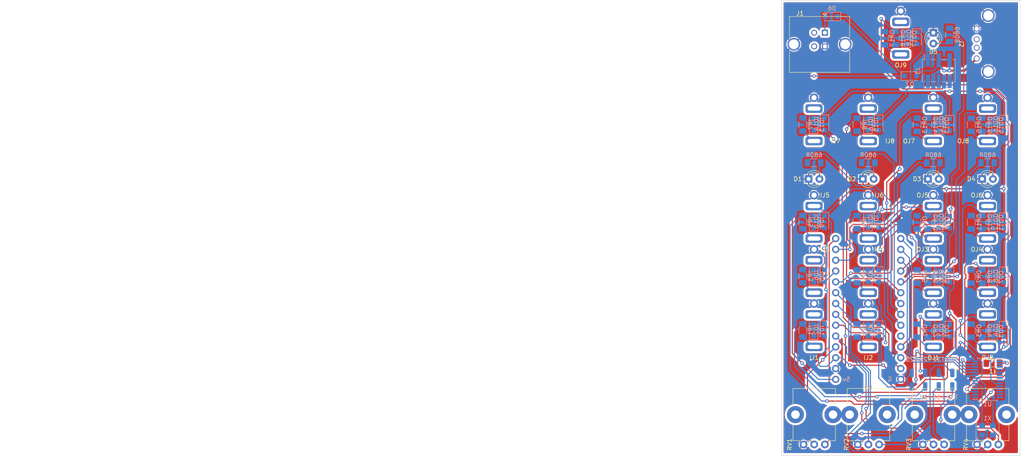
<source format=kicad_pcb>
(kicad_pcb (version 20211014) (generator pcbnew)
  (layers (0 "F.Cu" signal) (31 "B.Cu" signal) (34 "B.Paste" user) (35 "F.Paste" user) (36 "B.SilkS" user "B.Silkscreen") (37 "F.SilkS" user "F.Silkscreen") (38 "B.Mask" user) (39 "F.Mask" user) (44 "Edge.Cuts" user))
  (net 0 "")
  (net 1 "GND")
  (net 2 "Net-(D1-Pad2)")
  (net 3 "Net-(D2-Pad2)")
  (net 4 "Net-(D3-Pad2)")
  (net 5 "Net-(D4-Pad2)")
  (net 6 "Net-(D5-Pad2)")
  (net 7 "+5V")
  (net 8 "Net-(D6-Pad2)")
  (net 9 "Net-(D7-Pad2)")
  (net 10 "/T28")
  (net 11 "+3.3V")
  (net 12 "/T25")
  (net 13 "/Channel_1_Mod_Input/Switch")
  (net 14 "Net-(IJ1-PadT)")
  (net 15 "/Channel_2_Mod_Input/Switch")
  (net 16 "Net-(IJ2-PadT)")
  (net 17 "/Channel_1_Pitch_Input/Switch")
  (net 18 "Net-(IJ3-PadT)")
  (net 19 "/Channel_2_Pitch_Input/Switch")
  (net 20 "Net-(IJ4-PadT)")
  (net 21 "/Channel_1_Trigger_Input/Switch")
  (net 22 "Net-(IJ5-PadT)")
  (net 23 "/Channel_2_Trigger_Input/Switch")
  (net 24 "Net-(IJ6-PadT)")
  (net 25 "/Audio_Input_Left/Switch")
  (net 26 "Net-(IJ7-PadT)")
  (net 27 "/Audio_Input_Right/Switch")
  (net 28 "Net-(IJ8-PadT)")
  (net 31 "Net-(OD1-Pad1)")
  (net 32 "Net-(OD3-Pad1)")
  (net 33 "Net-(OD5-Pad1)")
  (net 34 "Net-(OD7-Pad1)")
  (net 35 "Net-(OD10-Pad2)")
  (net 36 "Net-(OD11-Pad1)")
  (net 37 "Net-(OD13-Pad1)")
  (net 38 "Net-(OD15-Pad1)")
  (net 39 "Net-(OD17-Pad1)")
  (net 40 "/Channel_1_Mod_Output/Switch")
  (net 41 "Net-(OJ1-PadT)")
  (net 42 "/Channel_2_Mod_Output/Switch")
  (net 43 "Net-(OJ2-PadT)")
  (net 44 "/Channel_1_Pitch_Output/Switch")
  (net 45 "Net-(OJ3-PadT)")
  (net 46 "/Channel_2_Pitch_Output/Switch")
  (net 47 "Net-(OJ4-PadT)")
  (net 48 "/Channel_1_Trigger_Output/Switch")
  (net 49 "Net-(OJ5-PadT)")
  (net 50 "/Channel_2_Trigger_Output/Switch")
  (net 51 "Net-(OJ6-PadT)")
  (net 52 "/Audio_Output_Left/Switch")
  (net 53 "Net-(OJ7-PadT)")
  (net 54 "/Audio_Output_Right/Switch")
  (net 55 "Net-(OJ8-PadT)")
  (net 56 "/Clock_Output/Switch")
  (net 57 "Net-(OJ9-PadT)")
  (net 58 "/T29")
  (net 59 "/T24")
  (net 60 "Net-(R1-Pad2)")
  (net 61 "/T32")
  (net 62 "/T23")
  (net 63 "/T33")
  (net 64 "/T22")
  (net 65 "/T30")
  (net 66 "/T19")
  (net 71 "Net-(U1-Pad6)")
  (net 85 "/T31")
  (net 86 "/T18")
  (net 87 "/T16")
  (net 88 "/T21")
  (net 89 "/RXB")
  (net 90 "/T15")
  (net 91 "/T0")
  (net 92 "/T7")
  (net 93 "/TD-")
  (net 94 "/TD+")
  (net 95 "/T17")
  (net 96 "/T20")
  (net 97 "/T14")
  (net 98 "/TXB")
  (net 99 "/T1")
  (net 100 "/T8")
  (net 101 "/TXA")
  (net 102 "/T4")
  (net 103 "/T5")
  (net 104 "/T6")
  (net 105 "/T2")
  (net 106 "/T9")
  (net 107 "/T10")
  (net 108 "/T11")
  (net 109 "/T12")
  (net 110 "/T13")
  (footprint "Potentiometer:Bourns_PTV09A-4020UB103" (layer "F.Cu") (at 124.455 167.64)
    (fp_text reference "RV3")
    (fp_text value "Channel_1_Mod_Output_Gain")
  )
  (footprint "Perfboard:3.5mm Jack Perfboard" (layer "F.Cu") (at 137.16 114.3)
    (fp_text reference "OJ6")
    (fp_text value "Input")
  )
  (footprint "LED_THT:LED_D3.0mm" (layer "F.Cu") (at 135.89 105.41)
    (fp_text reference "D4")
    (fp_text value "LED")
  )
  (footprint "Perfboard:3.5mm Jack Perfboard" (layer "F.Cu") (at 137.16 91.44)
    (fp_text reference "OJ8")
    (fp_text value "Input")
  )
  (footprint "Potentiometer:Bourns_PTV09A-4020UB103" (layer "F.Cu") (at 96.52 167.64)
    (fp_text reference "RV1")
    (fp_text value "Channel_1_Mod_Input_Gain")
  )
  (footprint "Perfboard:3.5mm Jack Perfboard" (layer "F.Cu") (at 137.16 127)
    (fp_text reference "OJ4")
    (fp_text value "Input")
  )
  (footprint "Perfboard:3.5mm Jack Perfboard" (layer "F.Cu") (at 124.46 91.44)
    (fp_text reference "OJ7")
    (fp_text value "Input")
  )
  (footprint "Perfboard:3.5mm Jack Perfboard" (layer "F.Cu") (at 109.22 114.3)
    (fp_text reference "IJ6")
    (fp_text value "Input")
  )
  (footprint "Perfboard:3.5mm Jack Perfboard" (layer "F.Cu") (at 96.52 114.3)
    (fp_text reference "IJ5")
    (fp_text value "Input")
  )
  (footprint "Perfboard:3.5mm Jack Perfboard" (layer "F.Cu") (at 96.52 91.44)
    (fp_text reference "IJ7")
    (fp_text value "Input")
  )
  (footprint "Potentiometer:Bourns_PTV09A-4020UB103" (layer "F.Cu") (at 137.155 167.64)
    (fp_text reference "RV4")
    (fp_text value "Channel_2_Mod_Output_Gain")
  )
  (footprint "Perfboard:3.5mm Jack Perfboard" (layer "F.Cu") (at 96.52 127)
    (fp_text reference "IJ3")
    (fp_text value "Input")
  )
  (footprint "Perfboard:3.5mm Jack Perfboard" (layer "F.Cu") (at 109.22 127)
    (fp_text reference "IJ4")
    (fp_text value "Input")
  )
  (footprint "LED_THT:LED_D3.0mm" (layer "F.Cu") (at 107.95 105.41)
    (fp_text reference "D2")
    (fp_text value "LED")
  )
  (footprint "Perfboard:3.5mm Jack Perfboard" (layer "F.Cu") (at 109.22 91.44)
    (fp_text reference "IJ8")
    (fp_text value "Input")
  )
  (footprint "Perfboard:3.5mm Jack Perfboard" (layer "F.Cu") (at 124.46 114.3)
    (fp_text reference "OJ5")
    (fp_text value "Input")
  )
  (footprint "LED_THT:LED_D3.0mm" (layer "F.Cu") (at 123.19 105.41)
    (fp_text reference "D3")
    (fp_text value "LED")
  )
  (footprint "LED_THT:LED_D3.0mm" (layer "F.Cu") (at 124.46 71.12 -90)
    (fp_text reference "D5")
    (fp_text value "LED")
  )
  (footprint "Connector_USB:USB_B_TE_5787834_Vertical" (layer "F.Cu") (at 99.06 71.12)
    (fp_text reference "J1")
    (fp_text value "USB_B")
  )
  (footprint "Perfboard:3.5mm Jack Perfboard" (layer "F.Cu") (at 124.46 127)
    (fp_text reference "OJ3")
    (fp_text value "Input")
  )
  (footprint "Potentiometer:Bourns_PTV09A-4020UB103" (layer "F.Cu") (at 109.215 167.64)
    (fp_text reference "RV2")
    (fp_text value "Channel_2_Mod_Input_Gain")
  )
  (footprint "Perfboard:3.5mm Jack Perfboard" (layer "F.Cu") (at 116.84 71.12)
    (fp_text reference "OJ9")
    (fp_text value "Input")
  )
  (footprint "Perfboard:3.5mm Jack Perfboard" (layer "F.Cu") (at 109.22 139.7)
    (fp_text reference "IJ2")
    (fp_text value "Input")
  )
  (footprint "Perfboard:3.5mm Jack Perfboard" (layer "F.Cu") (at 124.46 139.7)
    (fp_text reference "OJ1")
    (fp_text value "Input")
  )
  (footprint "Teensy:USB_A_Upright" (layer "F.Cu") (at 132.08 73.66 -90)
    (fp_text reference "J2")
    (fp_text value "USB_A")
  )
  (footprint "Perfboard:3.5mm Jack Perfboard" (layer "F.Cu") (at 137.16 139.7)
    (fp_text reference "OJ2")
    (fp_text value "Input")
  )
  (footprint "LED_THT:LED_D3.0mm" (layer "F.Cu") (at 95.25 105.41)
    (fp_text reference "D1")
    (fp_text value "LED")
  )
  (footprint "Perfboard:3.5mm Jack Perfboard" (layer "F.Cu") (at 96.52 139.7)
    (fp_text reference "IJ1")
    (fp_text value "Input")
  )
  (footprint "Resistor_SMD:R_1206_3216Metric_Pad1.30x1.75mm_HandSolder" (layer "F.Cu") (at 138.43 148.59)
    (fp_text reference "R1" hide)
    (fp_text value "1k")
  )
  (footprint "Resistor_SMD:R_1206_3216Metric_Pad1.30x1.75mm_HandSolder" (layer "B.Cu") (at 133.35 115.57 90)
    (fp_text reference "OR11")
    (fp_text value "100")
  )
  (footprint "Oscillator:Oscillator_SMD_EuroQuartz_XO53-4Pin_5.0x3.2mm" (layer "B.Cu") (at 137.16 164.338 180)
    (fp_text reference "X1")
    (fp_text value "XO53")
  )
  (footprint "Resistor_SMD:R_1206_3216Metric_Pad1.30x1.75mm_HandSolder" (layer "B.Cu") (at 120.65 115.57 90)
    (fp_text reference "OR9")
    (fp_text value "100")
  )
  (footprint "Connector_PinHeader_2.54mm:PinHeader_2x03_P2.54mm_Vertical_SMD" (layer "B.Cu") (at 125.73 80.01 -90)
    (fp_text reference "J3")
    (fp_text value "Power_Connector_2x3")
  )
  (footprint "Package_SO:TSSOP-28_4.4x9.7mm_P0.65mm" (layer "B.Cu") (at 137.16 152.4)
    (fp_text reference "U1")
    (fp_text value "SC16IS762IPW")
  )
  (footprint "Diode_SMD:D_SOD-123F" (layer "B.Cu") (at 100.584 67.31 180)
    (fp_text reference "D6")
    (fp_text value "240mV")
  )
  (footprint "Resistor_SMD:R_1206_3216Metric_Pad1.30x1.75mm_HandSolder" (layer "B.Cu") (at 93.894 115.507 90)
    (fp_text reference "IR5")
    (fp_text value "1k")
  )
  (footprint "Diode_SMD:D_SOD-123F" (layer "B.Cu") (at 111.674 115.44 -90)
    (fp_text reference "ID12")
    (fp_text value "240mV")
  )
  (footprint "Resistor_SMD:R_1206_3216Metric_Pad1.30x1.75mm_HandSolder" (layer "B.Cu") (at 135.89 115.57 90)
    (fp_text reference "OR12")
    (fp_text value "900")
  )
  (footprint "Diode_SMD:D_SOD-123F" (layer "B.Cu") (at 128.27 115.57 -90)
    (fp_text reference "OD10")
    (fp_text value "240mV")
  )
  (footprint "Resistor_SMD:R_1206_3216Metric_Pad1.30x1.75mm_HandSolder" (layer "B.Cu") (at 135.89 92.71 90)
    (fp_text reference "OR16")
    (fp_text value "900")
  )
  (footprint "Resistor_SMD:R_1206_3216Metric_Pad1.30x1.75mm_HandSolder" (layer "B.Cu") (at 96.52 101.6)
    (fp_text reference "R2" hide)
    (fp_text value "680R")
  )
  (footprint "Diode_SMD:D_SOD-123F" (layer "B.Cu") (at 125.73 128.27 90)
    (fp_text reference "OD5")
    (fp_text value "240mV")
  )
  (footprint "Teensy:Teensy 4.0 horizontal" (layer "B.Cu") (at 109.22 154.94 180)
    (fp_text reference "U2")
    (fp_text value "Teensy4.0")
  )
  (footprint "Resistor_SMD:R_1206_3216Metric_Pad1.30x1.75mm_HandSolder" (layer "B.Cu") (at 120.65 128.27 90)
    (fp_text reference "OR5")
    (fp_text value "100")
  )
  (footprint "Diode_SMD:D_SOD-123F" (layer "B.Cu") (at 111.674 92.58 -90)
    (fp_text reference "ID16")
    (fp_text value "240mV")
  )
  (footprint "Resistor_SMD:R_1206_3216Metric_Pad1.30x1.75mm_HandSolder" (layer "B.Cu") (at 123.19 92.71 90)
    (fp_text reference "OR14")
    (fp_text value "900")
  )
  (footprint "Diode_SMD:D_SOD-123F" (layer "B.Cu") (at 138.43 128.27 90)
    (fp_text reference "OD7")
    (fp_text value "240mV")
  )
  (footprint "Diode_SMD:D_SOD-123F" (layer "B.Cu") (at 140.97 92.71 -90)
    (fp_text reference "OD16")
    (fp_text value "240mV")
  )
  (footprint "Resistor_SMD:R_1206_3216Metric_Pad1.30x1.75mm_HandSolder" (layer "B.Cu") (at 106.594 140.907 90)
    (fp_text reference "IR2")
    (fp_text value "1k")
  )
  (footprint "Teensy:Teensy 4.0 back pins" (layer "B.Cu") (at 124.46 152.4 90)
    (fp_text reference "U2" hide)
    (fp_text value "Teensy4.0" hide)
  )
  (footprint "Resistor_SMD:R_1206_3216Metric_Pad1.30x1.75mm_HandSolder" (layer "B.Cu") (at 106.594 115.507 90)
    (fp_text reference "IR6")
    (fp_text value "1k")
  )
  (footprint "Diode_SMD:D_SOD-123F" (layer "B.Cu") (at 111.674 140.84 -90)
    (fp_text reference "ID4")
    (fp_text value "240mV")
  )
  (footprint "Resistor_SMD:R_1206_3216Metric_Pad1.30x1.75mm_HandSolder" (layer "B.Cu") (at 109.22 101.6)
    (fp_text reference "R3" hide)
    (fp_text value "680R")
  )
  (footprint "Diode_SMD:D_SOD-123F" (layer "B.Cu") (at 98.974 115.44 -90)
    (fp_text reference "ID10")
    (fp_text value "240mV")
  )
  (footprint "Resistor_SMD:R_1206_3216Metric_Pad1.30x1.75mm_HandSolder" (layer "B.Cu") (at 123.19 128.27 90)
    (fp_text reference "OR6")
    (fp_text value "900")
  )
  (footprint "Resistor_SMD:R_1206_3216Metric_Pad1.30x1.75mm_HandSolder" (layer "B.Cu") (at 124.46 101.6)
    (fp_text reference "R4" hide)
    (fp_text value "680R")
  )
  (footprint "Diode_SMD:D_SOD-123F" (layer "B.Cu") (at 128.27 92.71 -90)
    (fp_text reference "OD14")
    (fp_text value "240mV")
  )
  (footprint "Resistor_SMD:R_1206_3216Metric_Pad1.30x1.75mm_HandSolder" (layer "B.Cu") (at 123.19 115.57 90)
    (fp_text reference "OR10")
    (fp_text value "900")
  )
  (footprint "Diode_SMD:D_SOD-123F" (layer "B.Cu") (at 109.134 92.58 90)
    (fp_text reference "ID15")
    (fp_text value "240mV")
  )
  (footprint "Diode_SMD:D_SOD-123F" (layer "B.Cu") (at 118.11 72.39 90)
    (fp_text reference "OD17")
    (fp_text value "240mV")
  )
  (footprint "Resistor_SMD:R_1206_3216Metric_Pad1.30x1.75mm_HandSolder" (layer "B.Cu") (at 135.89 140.97 90)
    (fp_text reference "OR4")
    (fp_text value "900")
  )
  (footprint "Diode_SMD:D_SOD-123F" (layer "B.Cu") (at 138.43 92.71 90)
    (fp_text reference "OD15")
    (fp_text value "240mV")
  )
  (footprint "Diode_SMD:D_SOD-123F" (layer "B.Cu") (at 128.27 128.27 -90)
    (fp_text reference "OD6")
    (fp_text value "240mV")
  )
  (footprint "Resistor_SMD:R_1206_3216Metric_Pad1.30x1.75mm_HandSolder" (layer "B.Cu") (at 123.19 140.97 90)
    (fp_text reference "OR2")
    (fp_text value "900")
  )
  (footprint "Resistor_SMD:R_1206_3216Metric_Pad1.30x1.75mm_HandSolder" (layer "B.Cu") (at 137.16 101.6)
    (fp_text reference "R5" hide)
    (fp_text value "680R")
  )
  (footprint "Resistor_SMD:R_1206_3216Metric_Pad1.30x1.75mm_HandSolder" (layer "B.Cu") (at 113.03 72.39 90)
    (fp_text reference "OR17")
    (fp_text value "100")
  )
  (footprint "Diode_SMD:D_SOD-123F" (layer "B.Cu") (at 96.434 92.58 90)
    (fp_text reference "ID13")
    (fp_text value "240mV")
  )
  (footprint "Resistor_SMD:R_1206_3216Metric_Pad1.30x1.75mm_HandSolder" (layer "B.Cu") (at 93.894 140.907 90)
    (fp_text reference "IR1")
    (fp_text value "1k")
  )
  (footprint "Diode_SMD:D_SOD-123F" (layer "B.Cu") (at 96.434 140.84 90)
    (fp_text reference "ID1")
    (fp_text value "240mV")
  )
  (footprint "Resistor_SMD:R_1206_3216Metric_Pad1.30x1.75mm_HandSolder" (layer "B.Cu") (at 115.57 72.39 90)
    (fp_text reference "OR18")
    (fp_text value "900")
  )
  (footprint "Diode_SMD:D_SOD-123F" (layer "B.Cu") (at 109.134 115.44 90)
    (fp_text reference "ID11")
    (fp_text value "240mV")
  )
  (footprint "Resistor_SMD:R_1206_3216Metric_Pad1.30x1.75mm_HandSolder" (layer "B.Cu") (at 128.27 71.628 -90)
    (fp_text reference "R6" hide)
    (fp_text value "680R")
  )
  (footprint "Diode_SMD:D_SOD-123F" (layer "B.Cu") (at 140.97 115.57 -90)
    (fp_text reference "OD12")
    (fp_text value "240mV")
  )
  (footprint "Diode_SMD:D_SOD-123F" (layer "B.Cu") (at 98.974 140.84 -90)
    (fp_text reference "ID2")
    (fp_text value "240mV")
  )
  (footprint "Diode_SMD:D_SOD-123F" (layer "B.Cu") (at 109.134 140.84 90)
    (fp_text reference "ID3")
    (fp_text value "240mV")
  )
  (footprint "Diode_SMD:D_SOD-123F" (layer "B.Cu") (at 98.974 92.58 -90)
    (fp_text reference "ID14")
    (fp_text value "240mV")
  )
  (footprint "Diode_SMD:D_SOD-123F" (layer "B.Cu") (at 140.97 128.27 -90)
    (fp_text reference "OD8")
    (fp_text value "240mV")
  )
  (footprint "Diode_SMD:D_SOD-123F" (layer "B.Cu") (at 138.43 140.97 90)
    (fp_text reference "OD3")
    (fp_text value "240mV")
  )
  (footprint "Diode_SMD:D_SOD-123F" (layer "B.Cu") (at 138.43 115.57 90)
    (fp_text reference "OD11")
    (fp_text value "240mV")
  )
  (footprint "Diode_SMD:D_SOD-123F" (layer "B.Cu") (at 125.73 115.57 90)
    (fp_text reference "OD9")
    (fp_text value "240mV")
  )
  (footprint "Resistor_SMD:R_1206_3216Metric_Pad1.30x1.75mm_HandSolder" (layer "B.Cu") (at 93.894 128.207 90)
    (fp_text reference "IR3")
    (fp_text value "1k")
  )
  (footprint "Diode_SMD:D_SOD-123F" (layer "B.Cu") (at 125.73 92.71 90)
    (fp_text reference "OD13")
    (fp_text value "240mV")
  )
  (footprint "Diode_SMD:D_SOD-123F" (layer "B.Cu") (at 109.134 128.14 90)
    (fp_text reference "ID7")
    (fp_text value "240mV")
  )
  (footprint "Diode_SMD:D_SOD-123F" (layer "B.Cu") (at 96.434 115.44 90)
    (fp_text reference "ID9")
    (fp_text value "240mV")
  )
  (footprint "Diode_SMD:D_SOD-123F" (layer "B.Cu") (at 111.674 128.14 -90)
    (fp_text reference "ID8")
    (fp_text value "240mV")
  )
  (footprint "Diode_SMD:D_SOD-123F" (layer "B.Cu") (at 140.97 140.97 -90)
    (fp_text reference "OD4")
    (fp_text value "240mV")
  )
  (footprint "Resistor_SMD:R_1206_3216Metric_Pad1.30x1.75mm_HandSolder" (layer "B.Cu") (at 133.35 92.71 90)
    (fp_text reference "OR15")
    (fp_text value "100")
  )
  (footprint "Diode_SMD:D_SOD-123F" (layer "B.Cu") (at 119.126 81.28)
    (fp_text reference "D7")
    (fp_text value "240mV")
  )
  (footprint "Diode_SMD:D_SOD-123F" (layer "B.Cu") (at 96.434 128.14 90)
    (fp_text reference "ID5")
    (fp_text value "240mV")
  )
  (footprint "Resistor_SMD:R_1206_3216Metric_Pad1.30x1.75mm_HandSolder" (layer "B.Cu") (at 106.594 128.207 90)
    (fp_text reference "IR4")
    (fp_text value "1k")
  )
  (footprint "Resistor_SMD:R_1206_3216Metric_Pad1.30x1.75mm_HandSolder" (layer "B.Cu") (at 120.65 92.71 90)
    (fp_text reference "OR13")
    (fp_text value "100")
  )
  (footprint "Diode_SMD:D_SOD-123F" (layer "B.Cu") (at 120.65 72.39 -90)
    (fp_text reference "OD18")
    (fp_text value "240mV")
  )
  (footprint "Diode_SMD:D_SOD-123F" (layer "B.Cu") (at 98.974 128.14 -90)
    (fp_text reference "ID6")
    (fp_text value "240mV")
  )
  (footprint "Resistor_SMD:R_1206_3216Metric_Pad1.30x1.75mm_HandSolder" (layer "B.Cu") (at 133.35 140.97 90)
    (fp_text reference "OR3")
    (fp_text value "100")
  )
  (footprint "Diode_SMD:D_SOD-123F" (layer "B.Cu") (at 128.27 140.97 -90)
    (fp_text reference "OD2")
    (fp_text value "240mV")
  )
  (footprint "Resistor_SMD:R_1206_3216Metric_Pad1.30x1.75mm_HandSolder" (layer "B.Cu") (at 135.89 128.27 90)
    (fp_text reference "OR8")
    (fp_text value "900")
  )
  (footprint "Diode_SMD:D_SOD-123F" (layer "B.Cu") (at 125.73 140.97 90)
    (fp_text reference "OD1")
    (fp_text value "240mV")
  )
  (footprint "Resistor_SMD:R_1206_3216Metric_Pad1.30x1.75mm_HandSolder" (layer "B.Cu") (at 106.594 92.647 90)
    (fp_text reference "IR8")
    (fp_text value "1k")
  )
  (footprint "Resistor_SMD:R_1206_3216Metric_Pad1.30x1.75mm_HandSolder" (layer "B.Cu") (at 120.65 140.97 90)
    (fp_text reference "OR1")
    (fp_text value "100")
  )
  (footprint "Resistor_SMD:R_1206_3216Metric_Pad1.30x1.75mm_HandSolder" (layer "B.Cu") (at 93.894 92.647 90)
    (fp_text reference "IR7")
    (fp_text value "1k")
  )
  (footprint "Resistor_SMD:R_1206_3216Metric_Pad1.30x1.75mm_HandSolder" (layer "B.Cu") (at 133.35 128.27 90)
    (fp_text reference "OR7")
    (fp_text value "100")
  )
  (gr_line (start 88.9 170.18) (end 144.78 170.18) (layer "Edge.Cuts") (width 0.1))
  (gr_line (start 144.78 170.18) (end 144.78 63.5) (layer "Edge.Cuts") (width 0.1))
  (gr_line (start 144.78 63.5) (end 91.44 63.5) (layer "Edge.Cuts") (width 0.1))
  (gr_line (start 88.9 63.5) (end 88.9 170.18) (layer "Edge.Cuts") (width 0.1))
  (gr_line (start 91.44 63.5) (end 88.9 63.5) (layer "Edge.Cuts") (width 0.1))
  (via (at 115.062 146.812) (size 0.8) (drill 0.4) (layers "F.Cu" "B.Cu") (net 1))
  (via (at 133.096 147.066) (size 0.8) (drill 0.4) (layers "F.Cu" "B.Cu") (net 1))
  (via (at 132.588 152.146) (size 0.8) (drill 0.4) (layers "F.Cu" "B.Cu") (net 1))
  (via (at 95.758 147.828) (size 0.8) (drill 0.4) (layers "F.Cu" "B.Cu") (net 1))
  (via (at 117.094 114.554) (size 0.8) (drill 0.4) (layers "F.Cu" "B.Cu") (net 1))
  (segment (start 98.974 123.747274) (end 97.146726 121.92) (width 0.25) (layer "B.Cu") (net 1))
  (segment (start 126.785 110.783) (end 125.222 109.22) (width 0.25) (layer "B.Cu") (net 1))
  (segment (start 109.134 126.74) (end 110.106726 126.74) (width 0.25) (layer "B.Cu") (net 1))
  (segment (start 110.106726 91.18) (end 111.674 89.612726) (width 0.25) (layer "B.Cu") (net 1))
  (segment (start 126.785 136.183) (end 125.222 134.62) (width 0.25) (layer "B.Cu") (net 1))
  (segment (start 125.222 134.62) (end 124.46 134.62) (width 0.25) (layer "B.Cu") (net 1))
  (segment (start 126.785 90.255) (end 126.785 87.923) (width 0.25) (layer "B.Cu") (net 1))
  (segment (start 140.0225 152.725) (end 141.28 152.725) (width 0.25) (layer "B.Cu") (net 1))
  (segment (start 111.674 137.872726) (end 111.674 136.447274) (width 0.25) (layer "B.Cu") (net 1))
  (segment (start 125.222 86.36) (end 124.46 86.36) (width 0.25) (layer "B.Cu") (net 1))
  (segment (start 139.485 87.923) (end 137.922 86.36) (width 0.25) (layer "B.Cu") (net 1))
  (segment (start 125.73 91.31) (end 126.785 90.255) (width 0.25) (layer "B.Cu") (net 1))
  (segment (start 139.485 138.515) (end 139.485 136.183) (width 0.25) (layer "B.Cu") (net 1))
  (segment (start 125.73 114.17) (end 126.785 113.115) (width 0.25) (layer "B.Cu") (net 1))
  (segment (start 97.146726 109.22) (end 96.52 109.22) (width 0.25) (layer "B.Cu") (net 1))
  (segment (start 134.2975 148.175) (end 134.205 148.175) (width 0.25) (layer "B.Cu") (net 1))
  (segment (start 98.974 125.172726) (end 98.974 123.747274) (width 0.25) (layer "B.Cu") (net 1))
  (segment (start 111.674 111.047274) (end 109.846726 109.22) (width 0.25) (layer "B.Cu") (net 1))
  (segment (start 110.106726 139.44) (end 111.674 137.872726) (width 0.25) (layer "B.Cu") (net 1))
  (segment (start 110.106726 114.04) (end 111.674 112.472726) (width 0.25) (layer "B.Cu") (net 1))
  (segment (start 109.846726 121.92) (end 109.22 121.92) (width 0.25) (layer "B.Cu") (net 1))
  (segment (start 111.674 123.747274) (end 109.846726 121.92) (width 0.25) (layer "B.Cu") (net 1))
  (segment (start 98.974 137.872726) (end 98.974 136.447274) (width 0.25) (layer "B.Cu") (net 1))
  (segment (start 139.485 136.183) (end 137.922 134.62) (width 0.25) (layer "B.Cu") (net 1))
  (segment (start 133.309 151.425) (end 134.2975 151.425) (width 0.25) (layer "B.Cu") (net 1))
  (segment (start 97.406726 91.18) (end 98.974 89.612726) (width 0.25) (layer "B.Cu") (net 1))
  (segment (start 97.146726 86.36) (end 96.52 86.36) (width 0.25) (layer "B.Cu") (net 1))
  (segment (start 96.434 126.74) (end 97.406726 126.74) (width 0.25) (layer "B.Cu") (net 1))
  (segment (start 98.974 88.187274) (end 97.146726 86.36) (width 0.25) (layer "B.Cu") (net 1))
  (segment (start 139.485 123.483) (end 137.922 121.92) (width 0.25) (layer "B.Cu") (net 1))
  (segment (start 126.785 113.115) (end 126.785 110.783) (width 0.25) (layer "B.Cu") (net 1))
  (segment (start 137.922 109.22) (end 137.16 109.22) (width 0.25) (layer "B.Cu") (net 1))
  (segment (start 97.146726 121.92) (end 96.52 121.92) (width 0.25) (layer "B.Cu") (net 1))
  (segment (start 117.602 66.04) (end 116.84 66.04) (width 0.25) (layer "B.Cu") (net 1))
  (segment (start 111.674 136.447274) (end 109.846726 134.62) (width 0.25) (layer "B.Cu") (net 1))
  (segment (start 137.922 134.62) (end 137.16 134.62) (width 0.25) (layer "B.Cu") (net 1))
  (segment (start 138.43 126.87) (end 139.485 125.815) (width 0.25) (layer "B.Cu") (net 1))
  (segment (start 139.485 125.815) (end 139.485 123.483) (width 0.25) (layer "B.Cu") (net 1))
  (segment (start 109.134 114.04) (end 110.106726 114.04) (width 0.25) (layer "B.Cu") (net 1))
  (segment (start 96.434 91.18) (end 97.406726 91.18) (width 0.25) (layer "B.Cu") (net 1))
  (segment (start 134.205 148.175) (end 133.096 147.066) (width 0.25) (layer "B.Cu") (net 1))
  (segment (start 98.974 111.047274) (end 97.146726 109.22) (width 0.25) (layer "B.Cu") (net 1))
  (segment (start 119.165 67.603) (end 117.602 66.04) (width 0.25) (layer "B.Cu") (net 1))
  (segment (start 126.785 138.515) (end 126.785 136.183) (width 0.25) (layer "B.Cu") (net 1))
  (segment (start 109.846726 86.36) (end 109.22 86.36) (width 0.25) (layer "B.Cu") (net 1))
  (segment (start 139.485 113.115) (end 139.485 110.783) (width 0.25) (layer "B.Cu") (net 1))
  (segment (start 111.674 89.612726) (end 111.674 88.187274) (width 0.25) (layer "B.Cu") (net 1))
  (segment (start 98.974 89.612726) (end 98.974 88.187274) (width 0.25) (layer "B.Cu") (net 1))
  (segment (start 97.406726 114.04) (end 98.974 112.472726) (width 0.25) (layer "B.Cu") (net 1))
  (segment (start 138.43 114.17) (end 139.485 113.115) (width 0.25) (layer "B.Cu") (net 1))
  (segment (start 111.674 125.172726) (end 111.674 123.747274) (width 0.25) (layer "B.Cu") (net 1))
  (segment (start 109.846726 109.22) (end 109.22 109.22) (width 0.25) (layer "B.Cu") (net 1))
  (segment (start 137.922 86.36) (end 137.16 86.36) (width 0.25) (layer "B.Cu") (net 1))
  (segment (start 109.846726 134.62) (end 109.22 134.62) (width 0.25) (layer "B.Cu") (net 1))
  (segment (start 97.146726 134.62) (end 96.52 134.62) (width 0.25) (layer "B.Cu") (net 1))
  (segment (start 98.974 112.472726) (end 98.974 111.047274) (width 0.25) (layer "B.Cu") (net 1))
  (segment (start 139.485 110.783) (end 137.922 109.22) (width 0.25) (layer "B.Cu") (net 1))
  (segment (start 139.485 90.255) (end 139.485 87.923) (width 0.25) (layer "B.Cu") (net 1))
  (segment (start 111.674 88.187274) (end 109.846726 86.36) (width 0.25) (layer "B.Cu") (net 1))
  (segment (start 109.134 91.18) (end 110.106726 91.18) (width 0.25) (layer "B.Cu") (net 1))
  (segment (start 138.43 91.31) (end 139.485 90.255) (width 0.25) (layer "B.Cu") (net 1))
  (segment (start 109.134 139.44) (end 110.106726 139.44) (width 0.25) (layer "B.Cu") (net 1))
  (segment (start 111.674 112.472726) (end 111.674 111.047274) (width 0.25) (layer "B.Cu") (net 1))
  (segment (start 132.588 152.146) (end 133.309 151.425) (width 0.25) (layer "B.Cu") (net 1))
  (segment (start 138.43 139.57) (end 139.485 138.515) (width 0.25) (layer "B.Cu") (net 1))
  (segment (start 97.406726 139.44) (end 98.974 137.872726) (width 0.25) (layer "B.Cu") (net 1))
  (segment (start 110.106726 126.74) (end 111.674 125.172726) (width 0.25) (layer "B.Cu") (net 1))
  (segment (start 97.406726 126.74) (end 98.974 125.172726) (width 0.25) (layer "B.Cu") (net 1))
  (segment (start 96.434 114.04) (end 97.406726 114.04) (width 0.25) (layer "B.Cu") (net 1))
  (segment (start 96.434 139.44) (end 97.406726 139.44) (width 0.25) (layer "B.Cu") (net 1))
  (segment (start 141.28 152.725) (end 141.605 152.4) (width 0.25) (layer "B.Cu") (net 1))
  (segment (start 125.73 139.57) (end 126.785 138.515) (width 0.25) (layer "B.Cu") (net 1))
  (segment (start 98.974 136.447274) (end 97.146726 134.62) (width 0.25) (layer "B.Cu") (net 1))
  (segment (start 119.165 69.935) (end 119.165 67.603) (width 0.25) (layer "B.Cu") (net 1))
  (segment (start 126.785 87.923) (end 125.222 86.36) (width 0.25) (layer "B.Cu") (net 1))
  (segment (start 137.922 121.92) (end 137.16 121.92) (width 0.25) (layer "B.Cu") (net 1))
  (segment (start 118.11 70.99) (end 119.165 69.935) (width 0.25) (layer "B.Cu") (net 1))
  (segment (start 125.222 109.22) (end 124.46 109.22) (width 0.25) (layer "B.Cu") (net 1))
  (segment (start 97.79 105.41) (end 97.79 101.88) (width 0.25) (layer "B.Cu") (net 2))
  (segment (start 97.79 101.88) (end 98.07 101.6) (width 0.25) (layer "B.Cu") (net 2))
  (segment (start 110.49 105.41) (end 110.49 101.88) (width 0.25) (layer "B.Cu") (net 3))
  (segment (start 110.49 101.88) (end 110.77 101.6) (width 0.25) (layer "B.Cu") (net 3))
  (segment (start 125.73 105.41) (end 125.73 101.88) (width 0.25) (layer "B.Cu") (net 4))
  (segment (start 125.73 101.88) (end 126.01 101.6) (width 0.25) (layer "B.Cu") (net 4))
  (segment (start 138.43 101.88) (end 138.71 101.6) (width 0.25) (layer "B.Cu") (net 5))
  (segment (start 138.43 105.41) (end 138.43 101.88) (width 0.25) (layer "B.Cu") (net 5))
  (segment (start 127.788 73.66) (end 128.27 73.178) (width 0.25) (layer "B.Cu") (net 6))
  (segment (start 124.46 73.66) (end 127.788 73.66) (width 0.25) (layer "B.Cu") (net 6))
  (segment (start 96.52 81.28) (end 95.504 81.28) (width 0.25) (layer "F.Cu") (net 7))
  (segment (start 95.504 81.28) (end 91.44 85.344) (width 0.25) (layer "F.Cu") (net 7))
  (segment (start 91.44 85.344) (end 91.44 146.304) (width 0.25) (layer "F.Cu") (net 7))
  (segment (start 91.44 146.304) (end 93.726 148.59) (width 0.25) (layer "F.Cu") (net 7))
  (via (at 96.52 81.28) (size 0.8) (drill 0.4) (layers "F.Cu" "B.Cu") (net 7))
  (via (at 93.726 148.59) (size 0.8) (drill 0.4) (layers "F.Cu" "B.Cu") (net 7))
  (segment (start 97.536 152.4) (end 93.726 148.59) (width 0.25) (layer "B.Cu") (net 7))
  (segment (start 101.6 152.4) (end 97.536 152.4) (width 0.25) (layer "B.Cu") (net 7))
  (segment (start 101.984 67.31) (end 103.756 67.31) (width 0.25) (layer "B.Cu") (net 7))
  (segment (start 103.756 67.31) (end 117.726 81.28) (width 0.25) (layer "B.Cu") (net 7))
  (segment (start 96.52 81.28) (end 117.726 81.28) (width 0.25) (layer "B.Cu") (net 7))
  (segment (start 99.06 67.434) (end 99.184 67.31) (width 0.25) (layer "B.Cu") (net 8))
  (segment (start 99.06 71.12) (end 99.06 67.434) (width 0.25) (layer "B.Cu") (net 8))
  (segment (start 134.62 77.16) (end 131.77 80.01) (width 0.5) (layer "F.Cu") (net 9))
  (segment (start 131.77 80.01) (end 128.27 80.01) (width 0.5) (layer "F.Cu") (net 9))
  (via (at 127 80.01) (size 0.8) (drill 0.4) (layers "F.Cu" "B.Cu") (net 9))
  (via (at 128.27 80.01) (size 0.8) (drill 0.4) (layers "F.Cu" "B.Cu") (net 9))
  (segment (start 120.526 81.28) (end 120.65 81.28) (width 0.25) (layer "B.Cu") (net 9))
  (segment (start 128.27 80.01) (end 128.27 77.485) (width 0.5) (layer "B.Cu") (net 9))
  (segment (start 124.46 80.01) (end 125.73 78.74) (width 0.25) (layer "B.Cu") (net 9))
  (segment (start 125.73 77.485) (end 128.27 77.485) (width 0.5) (layer "B.Cu") (net 9))
  (segment (start 125.73 78.74) (end 125.73 77.485) (width 0.25) (layer "B.Cu") (net 9))
  (segment (start 121.92 80.01) (end 124.46 80.01) (width 0.25) (layer "B.Cu") (net 9))
  (segment (start 127 80.01) (end 125.73 78.74) (width 0.5) (layer "B.Cu") (net 9))
  (segment (start 120.65 81.28) (end 121.92 80.01) (width 0.25) (layer "B.Cu") (net 9))
  (segment (start 127 80.01) (end 128.27 80.01) (width 0.5) (layer "B.Cu") (net 9))
  (segment (start 107.188 156.464) (end 111.252 156.464) (width 0.25) (layer "F.Cu") (net 10))
  (via (at 107.188 156.464) (size 0.8) (drill 0.4) (layers "F.Cu" "B.Cu") (net 10))
  (via (at 111.252 156.464) (size 0.8) (drill 0.4) (layers "F.Cu" "B.Cu") (net 10))
  (segment (start 107.188 156.464) (end 99.06 156.464) (width 0.25) (layer "B.Cu") (net 10))
  (segment (start 120.65 156.21) (end 122.555 154.305) (width 0.25) (layer "B.Cu") (net 10))
  (segment (start 111.252 156.464) (end 111.506 156.21) (width 0.25) (layer "B.Cu") (net 10))
  (segment (start 122.555 154.305) (end 122.555 154.051) (width 0.25) (layer "B.Cu") (net 10))
  (segment (start 91.948 149.352) (end 91.948 141.303) (width 0.25) (layer "B.Cu") (net 10))
  (segment (start 93.894 139.7) (end 96.434 142.24) (width 0.25) (layer "B.Cu") (net 10))
  (segment (start 91.948 141.303) (end 93.894 139.357) (width 0.25) (layer "B.Cu") (net 10))
  (segment (start 96.434 142.24) (end 98.974 142.24) (width 0.25) (layer "B.Cu") (net 10))
  (segment (start 93.894 139.357) (end 93.894 139.7) (width 0.25) (layer "B.Cu") (net 10))
  (segment (start 99.06 156.464) (end 91.948 149.352) (width 0.25) (layer "B.Cu") (net 10))
  (segment (start 111.506 156.21) (end 120.65 156.21) (width 0.25) (layer "B.Cu") (net 10))
  (segment (start 112.522 120.65) (end 112.014 121.158) (width 0.25) (layer "F.Cu") (net 11))
  (segment (start 127.254 152.4) (end 122.682 152.4) (width 0.25) (layer "F.Cu") (net 11))
  (segment (start 114.046 153.162) (end 114.046 150.368) (width 0.25) (layer "F.Cu") (net 11))
  (segment (start 136.88 148.59) (end 137.16 148.59) (width 0.25) (layer "F.Cu") (net 11))
  (segment (start 118.618 114.808) (end 117.2845 116.1415) (width 0.25) (layer "F.Cu") (net 11))
  (segment (start 128.27 136.906) (end 129.794 138.43) (width 0.25) (layer "F.Cu") (net 11))
  (segment (start 121.3485 107.696) (end 121.3485 110.363) (width 0.25) (layer "F.Cu") (net 11))
  (segment (start 121.3485 110.363) (end 118.618 113.0935) (width 0.25) (layer "F.Cu") (net 11))
  (segment (start 137.16 148.59) (end 140.97 144.78) (width 0.25) (layer "F.Cu") (net 11))
  (segment (start 99.314 122.174) (end 98.806 121.666) (width 0.25) (layer "F.Cu") (net 11))
  (segment (start 127.508 107.696) (end 121.3485 107.696) (width 0.25) (layer "F.Cu") (net 11))
  (segment (start 135.382 84.836) (end 128.27 84.836) (width 0.25) (layer "F.Cu") (net 11))
  (segment (start 130.81 143.764) (end 130.81 144.526) (width 0.25) (layer "F.Cu") (net 11))
  (segment (start 117.2845 116.1415) (end 115.57 116.1415) (width 0.25) (layer "F.Cu") (net 11))
  (segment (start 114.046 150.368) (end 112.776 149.098) (width 0.25) (layer "F.Cu") (net 11))
  (segment (start 112.522 119.1895) (end 112.522 120.65) (width 0.25) (layer "F.Cu") (net 11))
  (segment (start 127.508 107.696) (end 140.97 107.696) (width 0.25) (layer "F.Cu") (net 11))
  (segment (start 127.762 147.574) (end 127.762 151.892) (width 0.25) (layer "F.Cu") (net 11))
  (segment (start 114.808 112.522) (end 112.522 112.522) (width 0.25) (layer "F.Cu") (net 11))
  (segment (start 127.762 151.892) (end 127.254 152.4) (width 0.25) (layer "F.Cu") (net 11))
  (segment (start 118.618 113.0935) (end 118.618 114.808) (width 0.25) (layer "F.Cu") (net 11))
  (segment (start 119.634 107.696) (end 114.808 112.522) (width 0.25) (layer "F.Cu") (net 11))
  (segment (start 115.57 116.1415) (end 112.522 119.1895) (width 0.25) (layer "F.Cu") (net 11))
  (segment (start 129.794 138.43) (end 129.794 145.542) (width 0.25) (layer "F.Cu") (net 11))
  (segment (start 140.97 144.78) (end 140.97 143.23) (width 0.25) (layer "F.Cu") (net 11))
  (segment (start 127.508 107.696) (end 119.634 107.696) (width 0.25) (layer "F.Cu") (net 11))
  (segment (start 120.396 154.686) (end 115.57 154.686) (width 0.25) (layer "F.Cu") (net 11))
  (segment (start 130.81 144.526) (end 129.794 145.542) (width 0.25) (layer "F.Cu") (net 11))
  (segment (start 115.57 154.686) (end 114.046 153.162) (width 0.25) (layer "F.Cu") (net 11))
  (segment (start 99.314 131.318) (end 99.314 122.174) (width 0.25) (layer "F.Cu") (net 11))
  (segment (start 112.014 121.158) (end 112.014 121.92) (width 0.25) (layer "F.Cu") (net 11))
  (segment (start 122.682 152.4) (end 120.396 154.686) (width 0.25) (layer "F.Cu") (net 11))
  (segment (start 112.776 149.098) (end 104.902 149.098) (width 0.25) (layer "F.Cu") (net 11))
  (segment (start 129.794 145.542) (end 127.762 147.574) (width 0.25) (layer "F.Cu") (net 11))
  (via (at 127.508 107.696) (size 0.8) (drill 0.4) (layers "F.Cu" "B.Cu") (net 11))
  (via (at 140.97 107.696) (size 0.8) (drill 0.4) (layers "F.Cu" "B.Cu") (net 11))
  (via (at 112.522 112.522) (size 0.8) (drill 0.4) (layers "F.Cu" "B.Cu") (net 11))
  (via (at 128.27 136.906) (size 0.8) (drill 0.4) (layers "F.Cu" "B.Cu") (net 11))
  (via (at 104.902 149.098) (size 0.8) (drill 0.4) (layers "F.Cu" "B.Cu") (net 11))
  (via (at 98.806 121.666) (size 0.8) (drill 0.4) (layers "F.Cu" "B.Cu") (net 11))
  (via (at 140.97 144.78) (size 0.8) (drill 0.4) (layers "F.Cu" "B.Cu") (net 11))
  (via (at 130.81 143.764) (size 0.8) (drill 0.4) (layers "F.Cu" "B.Cu") (net 11))
  (via (at 99.314 131.318) (size 0.8) (drill 0.4) (layers "F.Cu" "B.Cu") (net 11))
  (via (at 128.27 84.836) (size 0.8) (drill 0.4) (layers "F.Cu" "B.Cu") (net 11))
  (via (at 112.014 121.92) (size 0.8) (drill 0.4) (layers "F.Cu" "B.Cu") (net 11))
  (via (at 135.382 84.836) (size 0.8) (drill 0.4) (layers "F.Cu" "B.Cu") (net 11))
  (via (at 112.776 149.098) (size 0.8) (drill 0.4) (layers "F.Cu" "B.Cu") (net 11))
  (segment (start 104.902 149.098) (end 103.124 147.32) (width 0.25) (layer "B.Cu") (net 11))
  (segment (start 139.192 84.836) (end 140.97 86.614) (width 0.25) (layer "B.Cu") (net 11))
  (segment (start 99.314 138.684) (end 99.568 138.43) (width 0.25) (layer "B.Cu") (net 11))
  (segment (start 110.236 107.696) (end 105.41 107.696) (width 0.25) (layer "B.Cu") (net 11))
  (segment (start 101.6 147.32) (end 99.568 149.352) (width 0.25) (layer "B.Cu") (net 11))
  (segment (start 140.97 86.614) (end 140.97 91.31) (width 0.25) (layer "B.Cu") (net 11))
  (segment (start 142.494 132.08) (end 142.494 128.394) (width 0.25) (layer "B.Cu") (net 11))
  (segment (start 97.536 147.32) (end 100.076 144.78) (width 0.25) (layer "B.Cu") (net 11))
  (segment (start 135.89 148.336) (end 135.89 151.384) (width 0.25) (layer "B.Cu") (net 11))
  (segment (start 142.494 96.52) (end 142.494 92.834) (width 0.25) (layer "B.Cu") (net 11))
  (segment (start 128.27 86.868) (end 126.365 84.963) (width 0.25) (layer "B.Cu") (net 11))
  (segment (start 99.568 120.65) (end 99.568 119.126) (width 0.25) (layer "B.Cu") (net 11))
  (segment (start 142.494 92.834) (end 140.97 91.31) (width 0.25) (layer "B.Cu") (net 11))
  (segment (start 126.492 84.836) (end 126.238 84.836) (width 0.25) (layer "B.Cu") (net 11))
  (segment (start 127.508 113.408) (end 128.27 114.17) (width 0.25) (layer "B.Cu") (net 11))
  (segment (start 98.044 149.352) (end 97.536 148.844) (width 0.25) (layer "B.Cu") (net 11))
  (segment (start 100.076 140.542) (end 98.974 139.44) (width 0.25) (layer "B.Cu") (net 11))
  (segment (start 99.568 136.398) (end 99.568 131.572) (width 0.25) (layer "B.Cu") (net 11))
  (segment (start 99.568 149.352) (end 98.044 149.352) (width 0.25) (layer "B.Cu") (net 11))
  (segment (start 111.674 114.04) (end 111.674 113.37) (width 0.25) (layer "B.Cu") (net 11))
  (segment (start 140.97 144.78) (end 141.478 144.78) (width 0.25) (layer "B.Cu") (net 11))
  (segment (start 128.27 126.87) (end 128.27 118.872) (width 0.25) (layer "B.Cu") (net 11))
  (segment (start 99.568 120.904) (end 99.568 120.65) (width 0.25) (layer "B.Cu") (net 11))
  (segment (start 126.492 84.836) (end 126.365 84.963) (width 0.25) (layer "B.Cu") (net 11))
  (segment (start 130.81 143.764) (end 131.318 143.764) (width 0.25) (layer "B.Cu") (net 11))
  (segment (start 118.018 85.69) (end 112.528 91.18) (width 0.25) (layer "B.Cu") (net 11))
  (segment (start 97.536 148.844) (end 97.536 147.32) (width 0.25) (layer "B.Cu") (net 11))
  (segment (start 140.97 98.044) (end 142.494 96.52) (width 0.25) (layer "B.Cu") (net 11))
  (segment (start 126.365 84.963) (end 126.238 84.836) (width 0.25) (layer "B.Cu") (net 11))
  (segment (start 99.066 126.74) (end 99.568 126.238) (width 0.25) (layer "B.Cu") (net 11))
  (segment (start 103.124 147.32) (end 101.6 147.32) (width 0.25) (layer "B.Cu") (net 11))
  (segment (start 121.028 70.99) (end 121.92 71.882) (width 0.25) (layer "B.Cu") (net 11))
  (segment (start 121.92 71.882) (end 121.92 75.565) (width 0.25) (layer "B.Cu") (net 11))
  (segment (start 112.522 112.522) (end 112.522 109.982) (width 0.25) (layer "B.Cu") (net 11))
  (segment (start 112.014 121.92) (end 112.268 122.174) (width 0.25) (layer "B.Cu") (net 11))
  (segment (start 100.584 115.65) (end 98.974 114.04) (width 0.25) (layer "B.Cu") (net 11))
  (segment (start 129.286 117.856) (end 129.286 115.186) (width 0.25) (layer "B.Cu") (net 11))
  (segment (start 140.97 120.142) (end 142.494 118.618) (width 0.25) (layer "B.Cu") (net 11))
  (segment (start 112.522 109.982) (end 110.236 107.696) (width 0.25) (layer "B.Cu") (net 11))
  (segment (start 142.24 144.018) (end 142.24 140.84) (width 0.25) (layer "B.Cu") (net 11))
  (segment (start 98.974 126.74) (end 99.066 126.74) (width 0.25) (layer "B.Cu") (net 11))
  (segment (start 141.478 144.78) (end 142.24 144.018) (width 0.25) (layer "B.Cu") (net 11))
  (segment (start 135.89 151.384) (end 135.199 152.075) (width 0.25) (layer "B.Cu") (net 11))
  (segment (start 140.97 126.87) (end 140.97 120.142) (width 0.25) (layer "B.Cu") (net 11))
  (segment (start 120.65 70.99) (end 121.028 70.99) (width 0.25) (layer "B.Cu") (net 11))
  (segment (start 138.43 163.238) (end 138.43 157.988) (width 0.25) (layer "B.Cu") (net 11))
  (segment (start 142.494 115.694) (end 140.97 114.17) (width 0.25) (layer "B.Cu") (net 11))
  (segment (start 99.568 131.572) (end 99.314 131.318) (width 0.25) (layer "B.Cu") (net 11))
  (segment (start 119.126 83.728) (end 118.018 84.836) (width 0.25) (layer "B.Cu") (net 11))
  (segment (start 100.076 144.78) (end 100.076 140.542) (width 0.25) (layer "B.Cu") (net 11))
  (segment (start 129.286 115.186) (end 128.27 114.17) (width 0.25) (layer "B.Cu") (net 11))
  (segment (start 140.97 139.57) (end 140.97 133.604) (width 0.25) (layer "B.Cu") (net 11))
  (segment (start 128.27 91.31) (end 128.27 86.868) (width 0.25) (layer "B.Cu") (net 11))
  (segment (start 140.97 133.604) (end 142.494 132.08) (width 0.25) (layer "B.Cu") (net 11))
  (segment (start 126.238 84.836) (end 118.018 84.836) (width 0.25) (layer "B.Cu") (net 11))
  (segment (start 142.494 128.394) (end 140.97 126.87) (width 0.25) (layer "B.Cu") (net 11))
  (segment (start 128.27 84.836) (end 126.492 84.836) (width 0.25) (layer "B.Cu") (net 11))
  (segment (start 118.018 84.836) (end 118.018 85.69) (width 0.25) (layer "B.Cu") (net 11))
  (segment (start 128.27 118.872) (end 129.286 117.856) (width 0.25) (layer "B.Cu") (net 11))
  (segment (start 98.806 121.666) (end 99.568 120.904) (width 0.25) (layer "B.Cu") (net 11))
  (segment (start 99.568 119.126) (end 100.584 118.11) (width 0.25) (layer "B.Cu") (net 11))
  (segment (start 105.41 107.696) (end 99.066 114.04) (width 0.25) (layer "B.Cu") (net 11))
  (segment (start 100.584 118.11) (end 100.584 115.65) (width 0.25) (layer "B.Cu") (net 11))
  (segment (start 98.974 139.024) (end 99.314 138.684) (width 0.25) (layer "B.Cu") (net 11))
  (segment (start 112.776 140.542) (end 111.674 139.44) (width 0.25) (layer "B.Cu") (net 11))
  (segment (start 140.97 114.17) (end 140.97 98.044) (width 0.25) (layer "B.Cu") (net 11))
  (segment (start 136.652 156.21) (end 136.652 153.740959) (width 0.25) (layer "B.Cu") (net 11))
  (segment (start 136.652 153.740959) (end 134.986041 152.075) (width 0.25) (layer "B.Cu") (net 11))
  (segment (start 138.43 157.988) (end 136.652 156.21) (width 0.25) (layer "B.Cu") (net 11))
  (segment (start 135.382 84.836) (end 139.192 84.836) (width 0.25) (layer "B.Cu") (net 11))
  (segment (start 134.986041 152.075) (end 134.2975 152.075) (width 0.25) (layer "B.Cu") (net 11))
  (segment (start 105.318 84.836) (end 98.974 91.18) (width 0.25) (layer "B.Cu") (net 11))
  (segment (start 128.648 126.87) (end 128.27 126.87) (width 0.25) (layer "B.Cu") (net 11))
  (segment (start 112.268 143.51) (end 112.776 143.002) (width 0.25) (layer "B.Cu") (net 11))
  (segment (start 142.494 118.618) (end 142.494 115.694) (width 0.25) (layer "B.Cu") (net 11))
  (segment (start 129.286 130.81) (end 129.286 127.508) (width 0.25) (layer "B.Cu") (net 11))
  (segment (start 98.974 139.44) (end 98.974 139.024) (width 0.25) (layer "B.Cu") (net 11))
  (segment (start 127.508 107.696) (end 127.508 113.408) (width 0.25) (layer "B.Cu") (net 11))
  (segment (start 112.268 122.174) (end 112.268 126.146) (width 0.25) (layer "B.Cu") (net 11))
  (segment (start 99.066 114.04) (end 98.974 114.04) (width 0.25) (layer "B.Cu") (net 11))
  (segment (start 119.126 78.359) (end 119.126 83.728) (width 0.25) (layer "B.Cu") (net 11))
  (segment (start 99.568 138.43) (end 99.568 136.398) (width 0.25) (layer "B.Cu") (net 11))
  (segment (start 112.528 91.18) (end 111.674 91.18) (width 0.25) (layer "B.Cu") (net 11))
  (segment (start 99.568 126.238) (end 99.568 120.65) (width 0.25) (layer "B.Cu") (net 11))
  (segment (start 128.27 131.826) (end 129.286 130.81) (width 0.25) (layer "B.Cu") (net 11))
  (segment (start 112.268 126.146) (end 111.674 126.74) (width 0.25) (layer "B.Cu") (net 11))
  (segment (start 118.018 84.836) (end 105.318 84.836) (width 0.25) (layer "B.Cu") (net 11))
  (segment (start 128.27 139.57) (end 128.27 131.826) (width 0.25) (layer "B.Cu") (net 11))
  (segment (start 131.318 143.764) (end 135.89 148.336) (width 0.25) (layer "B.Cu") (net 11))
  (segment (start 111.674 113.37) (end 112.522 112.522) (width 0.25) (layer "B.Cu") (net 11))
  (segment (start 135.199 152.075) (end 134.2975 152.075) (width 0.25) (layer "B.Cu") (net 11))
  (segment (start 129.286 127.508) (end 128.648 126.87) (width 0.25) (layer "B.Cu") (net 11))
  (segment (start 112.268 148.59) (end 112.268 143.51) (width 0.25) (layer "B.Cu") (net 11))
  (segment (start 112.776 143.002) (end 112.776 140.542) (width 0.25) (layer "B.Cu") (net 11))
  (segment (start 121.92 75.565) (end 119.126 78.359) (width 0.25) (layer "B.Cu") (net 11))
  (segment (start 142.24 140.84) (end 140.97 139.57) (width 0.25) (layer "B.Cu") (net 11))
  (segment (start 112.776 149.098) (end 112.268 148.59) (width 0.25) (layer "B.Cu") (net 11))
  (segment (start 106.594 139.357) (end 106.594 139.7) (width 0.25) (layer "B.Cu") (net 12))
  (segment (start 118.364 151.892) (end 119.38 150.876) (width 0.25) (layer "B.Cu") (net 12))
  (segment (start 109.134 142.24) (end 111.674 142.24) (width 0.25) (layer "B.Cu") (net 12))
  (segment (start 113.792 154.178) (end 117.856 154.178) (width 0.25) (layer "B.Cu") (net 12))
  (segment (start 118.364 153.67) (end 118.364 151.892) (width 0.25) (layer "B.Cu") (net 12))
  (segment (start 106.594 139.7) (end 109.134 142.24) (width 0.25) (layer "B.Cu") (net 12))
  (segment (start 111.674 142.24) (end 111.674 152.06) (width 0.25) (layer "B.Cu") (net 12))
  (segment (start 111.674 152.06) (end 113.792 154.178) (width 0.25) (layer "B.Cu") (net 12))
  (segment (start 117.856 154.178) (end 118.364 153.67) (width 0.25) (layer "B.Cu") (net 12))
  (segment (start 96.52 144.78) (end 96.217 144.78) (width 0.25) (layer "F.Cu") (net 14))
  (segment (start 96.217 144.78) (end 93.894 142.457) (width 0.25) (layer "B.Cu") (net 14))
  (segment (start 96.52 144.78) (end 96.217 144.78) (width 0.25) (layer "B.Cu") (net 14))
  (segment (start 109.22 144.78) (end 108.917 144.78) (width 0.25) (layer "F.Cu") (net 16))
  (segment (start 108.917 144.78) (end 106.594 142.457) (width 0.25) (layer "B.Cu") (net 16))
  (segment (start 109.22 144.78) (end 108.917 144.78) (width 0.25) (layer "B.Cu") (net 16))
  (segment (start 96.52 132.08) (end 96.217 132.08) (width 0.25) (layer "F.Cu") (net 18))
  (segment (start 96.217 132.08) (end 93.894 129.757) (width 0.25) (layer "B.Cu") (net 18))
  (segment (start 96.52 132.08) (end 96.217 132.08) (width 0.25) (layer "B.Cu") (net 18))
  (segment (start 109.22 132.08) (end 108.917 132.08) (width 0.25) (layer "F.Cu") (net 20))
  (segment (start 109.22 132.08) (end 108.917 132.08) (width 0.25) (layer "B.Cu") (net 20))
  (segment (start 108.917 132.08) (end 106.594 129.757) (width 0.25) (layer "B.Cu") (net 20))
  (segment (start 96.52 119.38) (end 96.217 119.38) (width 0.25) (layer "F.Cu") (net 22))
  (segment (start 96.217 119.38) (end 93.894 117.057) (width 0.25) (layer "B.Cu") (net 22))
  (segment (start 96.52 119.38) (end 96.217 119.38) (width 0.25) (layer "B.Cu") (net 22))
  (segment (start 109.22 119.38) (end 108.917 119.38) (width 0.25) (layer "F.Cu") (net 24))
  (segment (start 108.917 119.38) (end 106.594 117.057) (width 0.25) (layer "B.Cu") (net 24))
  (segment (start 109.22 119.38) (end 108.917 119.38) (width 0.25) (layer "B.Cu") (net 24))
  (segment (start 96.52 96.52) (end 96.217 96.52) (width 0.25) (layer "F.Cu") (net 26))
  (segment (start 96.217 96.52) (end 93.894 94.197) (width 0.25) (layer "B.Cu") (net 26))
  (segment (start 96.52 96.52) (end 96.217 96.52) (width 0.25) (layer "B.Cu") (net 26))
  (segment (start 109.22 96.52) (end 108.917 96.52) (width 0.25) (layer "F.Cu") (net 28))
  (segment (start 108.917 96.52) (end 106.594 94.197) (width 0.25) (layer "B.Cu") (net 28))
  (segment (start 109.22 96.52) (end 108.917 96.52) (width 0.25) (layer "B.Cu") (net 28))
  (segment (start 120.65 139.42) (end 123.19 141.96) (width 0.25) (layer "B.Cu") (net 31))
  (segment (start 123.34 142.37) (end 125.73 142.37) (width 0.25) (layer "B.Cu") (net 31))
  (segment (start 123.19 141.96) (end 123.19 142.52) (width 0.25) (layer "B.Cu") (net 31))
  (segment (start 123.19 142.52) (end 123.34 142.37) (width 0.25) (layer "B.Cu") (net 31))
  (segment (start 125.73 142.37) (end 128.27 142.37) (width 0.25) (layer "B.Cu") (net 31))
  (segment (start 136.04 142.37) (end 138.43 142.37) (width 0.25) (layer "B.Cu") (net 32))
  (segment (start 135.89 142.52) (end 136.04 142.37) (width 0.25) (layer "B.Cu") (net 32))
  (segment (start 138.43 142.37) (end 140.97 142.37) (width 0.25) (layer "B.Cu") (net 32))
  (segment (start 135.89 141.96) (end 135.89 142.52) (width 0.25) (layer "B.Cu") (net 32))
  (segment (start 133.35 139.42) (end 135.89 141.96) (width 0.25) (layer "B.Cu") (net 32))
  (segment (start 123.19 129.82) (end 123.34 129.67) (width 0.25) (layer "B.Cu") (net 33))
  (segment (start 123.34 129.67) (end 125.73 129.67) (width 0.25) (layer "B.Cu") (net 33))
  (segment (start 123.19 129.26) (end 123.19 129.82) (width 0.25) (layer "B.Cu") (net 33))
  (segment (start 125.73 129.67) (end 128.27 129.67) (width 0.25) (layer "B.Cu") (net 33))
  (segment (start 120.65 126.72) (end 123.19 129.26) (width 0.25) (layer "B.Cu") (net 33))
  (segment (start 136.04 129.67) (end 138.43 129.67) (width 0.25) (layer "B.Cu") (net 34))
  (segment (start 133.35 126.72) (end 135.89 129.26) (width 0.25) (layer "B.Cu") (net 34))
  (segment (start 135.89 129.26) (end 135.89 129.82) (width 0.25) (layer "B.Cu") (net 34))
  (segment (start 138.43 129.67) (end 140.97 129.67) (width 0.25) (layer "B.Cu") (net 34))
  (segment (start 135.89 129.82) (end 136.04 129.67) (width 0.25) (layer "B.Cu") (net 34))
  (segment (start 123.19 117.12) (end 123.34 116.97) (width 0.25) (layer "B.Cu") (net 35))
  (segment (start 123.19 116.56) (end 123.19 117.12) (width 0.25) (layer "B.Cu") (net 35))
  (segment (start 125.73 116.97) (end 128.27 116.97) (width 0.25) (layer "B.Cu") (net 35))
  (segment (start 123.34 116.97) (end 125.73 116.97) (width 0.25) (layer "B.Cu") (net 35))
  (segment (start 120.65 114.02) (end 123.19 116.56) (width 0.25) (layer "B.Cu") (net 35))
  (segment (start 136.04 116.97) (end 138.43 116.97) (width 0.25) (layer "B.Cu") (net 36))
  (segment (start 135.89 117.12) (end 136.04 116.97) (width 0.25) (layer "B.Cu") (net 36))
  (segment (start 138.43 116.97) (end 140.97 116.97) (width 0.25) (layer "B.Cu") (net 36))
  (segment (start 133.35 114.02) (end 135.89 116.56) (width 0.25) (layer "B.Cu") (net 36))
  (segment (start 135.89 116.56) (end 135.89 117.12) (width 0.25) (layer "B.Cu") (net 36))
  (segment (start 123.34 94.11) (end 125.73 94.11) (width 0.25) (layer "B.Cu") (net 37))
  (segment (start 123.19 93.7) (end 123.19 94.26) (width 0.25) (layer "B.Cu") (net 37))
  (segment (start 123.19 94.26) (end 123.34 94.11) (width 0.25) (layer "B.Cu") (net 37))
  (segment (start 120.65 91.16) (end 123.19 93.7) (width 0.25) (layer "B.Cu") (net 37))
  (segment (start 125.73 94.11) (end 128.27 94.11) (width 0.25) (layer "B.Cu") (net 37))
  (segment (start 135.89 94.26) (end 136.04 94.11) (width 0.25) (layer "B.Cu") (net 38))
  (segment (start 133.35 91.16) (end 135.89 93.7) (width 0.25) (layer "B.Cu") (net 38))
  (segment (start 138.43 94.11) (end 140.97 94.11) (width 0.25) (layer "B.Cu") (net 38))
  (segment (start 136.04 94.11) (end 138.43 94.11) (width 0.25) (layer "B.Cu") (net 38))
  (segment (start 135.89 93.7) (end 135.89 94.26) (width 0.25) (layer "B.Cu") (net 38))
  (segment (start 115.57 73.38) (end 115.57 73.94) (width 0.25) (layer "B.Cu") (net 39))
  (segment (start 118.11 73.79) (end 120.65 73.79) (width 0.25) (layer "B.Cu") (net 39))
  (segment (start 115.57 73.94) (end 115.72 73.79) (width 0.25) (layer "B.Cu") (net 39))
  (segment (start 113.03 70.84) (end 115.57 73.38) (width 0.25) (layer "B.Cu") (net 39))
  (segment (start 115.72 73.79) (end 118.11 73.79) (width 0.25) (layer "B.Cu") (net 39))
  (segment (start 124.46 144.78) (end 122.91 144.78) (width 0.25) (layer "B.Cu") (net 41))
  (segment (start 122.91 144.78) (end 120.65 142.52) (width 0.25) (layer "B.Cu") (net 41))
  (segment (start 137.16 144.78) (end 135.61 144.78) (width 0.25) (layer "B.Cu") (net 43))
  (segment (start 135.61 144.78) (end 133.35 142.52) (width 0.25) (layer "B.Cu") (net 43))
  (segment (start 124.46 132.08) (end 122.91 132.08) (width 0.25) (layer "B.Cu") (net 45))
  (segment (start 122.91 132.08) (end 120.65 129.82) (width 0.25) (layer "B.Cu") (net 45))
  (segment (start 135.61 132.08) (end 133.35 129.82) (width 0.25) (layer "B.Cu") (net 47))
  (segment (start 137.16 132.08) (end 135.61 132.08) (width 0.25) (layer "B.Cu") (net 47))
  (segment (start 122.91 119.38) (end 120.65 117.12) (width 0.25) (layer "B.Cu") (net 49))
  (segment (start 124.46 119.38) (end 122.91 119.38) (width 0.25) (layer "B.Cu") (net 49))
  (segment (start 135.61 119.38) (end 133.35 117.12) (width 0.25) (layer "B.Cu") (net 51))
  (segment (start 137.16 119.38) (end 135.61 119.38) (width 0.25) (layer "B.Cu") (net 51))
  (segment (start 124.46 96.52) (end 122.91 96.52) (width 0.25) (layer "B.Cu") (net 53))
  (segment (start 122.91 96.52) (end 120.65 94.26) (width 0.25) (layer "B.Cu") (net 53))
  (segment (start 135.61 96.52) (end 133.35 94.26) (width 0.25) (layer "B.Cu") (net 55))
  (segment (start 137.16 96.52) (end 135.61 96.52) (width 0.25) (layer "B.Cu") (net 55))
  (segment (start 115.29 76.2) (end 113.03 73.94) (width 0.25) (layer "B.Cu") (net 57))
  (segment (start 116.84 76.2) (end 115.29 76.2) (width 0.25) (layer "B.Cu") (net 57))
  (segment (start 121.412 137.668) (end 121.412 150.368) (width 0.25) (layer "F.Cu") (net 58))
  (segment (start 121.425 137.655) (end 121.412 137.668) (width 0.25) (layer "F.Cu") (net 58))
  (via (at 121.412 150.368) (size 0.8) (drill 0.4) (layers "F.Cu" "B.Cu") (net 58))
  (via (at 121.425 137.655) (size 0.8) (drill 0.4) (layers "F.Cu" "B.Cu") (net 58))
  (segment (start 121.412 150.368) (end 122.047 150.368) (width 0.25) (layer "B.Cu") (net 58))
  (segment (start 122.047 150.368) (end 122.555 150.876) (width 0.25) (layer "B.Cu") (net 58))
  (segment (start 123.19 139.42) (end 122.91 139.42) (width 0.25) (layer "B.Cu") (net 58))
  (segment (start 123.19 139.42) (end 121.425 137.655) (width 0.25) (layer "B.Cu") (net 58))
  (segment (start 120.396 146.05) (end 120.396 152.4) (width 0.25) (layer "F.Cu") (net 59))
  (segment (start 120.65 145.796) (end 120.396 146.05) (width 0.25) (layer "F.Cu") (net 59))
  (via (at 120.396 152.4) (size 0.8) (drill 0.4) (layers "F.Cu" "B.Cu") (net 59))
  (via (at 120.65 145.796) (size 0.8) (drill 0.4) (layers "F.Cu" "B.Cu") (net 59))
  (segment (start 120.396 153.035) (end 119.38 154.051) (width 0.25) (layer "B.Cu") (net 59))
  (segment (start 134.138 137.668) (end 135.89 139.42) (width 0.25) (layer "B.Cu") (net 59))
  (segment (start 120.65 145.796) (end 121.412 146.558) (width 0.25) (layer "B.Cu") (net 59))
  (segment (start 127.762 146.558) (end 129.54 144.78) (width 0.25) (layer "B.Cu") (net 59))
  (segment (start 121.412 146.558) (end 127.762 146.558) (width 0.25) (layer "B.Cu") (net 59))
  (segment (start 135.89 139.42) (end 135.61 139.42) (width 0.25) (layer "B.Cu") (net 59))
  (segment (start 129.54 144.78) (end 129.54 141.224) (width 0.25) (layer "B.Cu") (net 59))
  (segment (start 129.54 141.224) (end 133.096 137.668) (width 0.25) (layer "B.Cu") (net 59))
  (segment (start 133.096 137.668) (end 134.138 137.668) (width 0.25) (layer "B.Cu") (net 59))
  (segment (start 120.396 152.4) (end 120.396 153.035) (width 0.25) (layer "B.Cu") (net 59))
  (segment (start 141.732 148.59) (end 139.98 148.59) (width 0.25) (layer "F.Cu") (net 60))
  (via (at 141.732 148.59) (size 0.8) (drill 0.4) (layers "F.Cu" "B.Cu") (net 60))
  (segment (start 141.317 148.175) (end 140.0225 148.175) (width 0.25) (layer "B.Cu") (net 60))
  (segment (start 141.732 148.59) (end 141.317 148.175) (width 0.25) (layer "B.Cu") (net 60))
  (segment (start 99.065 167.655) (end 101.62 165.1) (width 0.25) (layer "F.Cu") (net 61))
  (segment (start 101.62 165.1) (end 107.696 165.1) (width 0.25) (layer "F.Cu") (net 61))
  (segment (start 122.428 156.464) (end 128.524 156.464) (width 0.25) (layer "F.Cu") (net 61))
  (via (at 107.696 165.1) (size 0.8) (drill 0.4) (layers "F.Cu" "B.Cu") (net 61))
  (via (at 122.428 156.464) (size 0.8) (drill 0.4) (layers "F.Cu" "B.Cu") (net 61))
  (via (at 128.524 156.464) (size 0.8) (drill 0.4) (layers "F.Cu" "B.Cu") (net 61))
  (segment (start 117.094 161.798) (end 113.792 165.1) (width 0.25) (layer "B.Cu") (net 61))
  (segment (start 113.792 165.1) (end 107.696 165.1) (width 0.25) (layer "B.Cu") (net 61))
  (segment (start 128.905 156.083) (end 128.905 154.051) (width 0.25) (layer "B.Cu") (net 61))
  (segment (start 128.524 156.464) (end 128.905 156.083) (width 0.25) (layer "B.Cu") (net 61))
  (segment (start 117.094 158.75) (end 117.094 161.798) (width 0.25) (layer "B.Cu") (net 61))
  (segment (start 118.872 156.972) (end 117.094 158.75) (width 0.25) (layer "B.Cu") (net 61))
  (segment (start 121.92 156.972) (end 118.872 156.972) (width 0.25) (layer "B.Cu") (net 61))
  (segment (start 122.428 156.464) (end 121.92 156.972) (width 0.25) (layer "B.Cu") (net 61))
  (segment (start 94.996 151.384) (end 94.996 166.086) (width 0.25) (layer "F.Cu") (net 62))
  (segment (start 98.552 147.828) (end 94.996 151.384) (width 0.25) (layer "F.Cu") (net 62))
  (segment (start 94.996 166.086) (end 96.565 167.655) (width 0.25) (layer "F.Cu") (net 62))
  (via (at 98.552 147.828) (size 0.8) (drill 0.4) (layers "F.Cu" "B.Cu") (net 62))
  (segment (start 98.552 147.828) (end 101.6 144.78) (width 0.25) (layer "B.Cu") (net 62))
  (segment (start 124.968 149.098) (end 127.127 149.098) (width 0.25) (layer "B.Cu") (net 63))
  (segment (start 123.698 150.368) (end 124.968 149.098) (width 0.25) (layer "B.Cu") (net 63))
  (segment (start 123.698 162.052) (end 123.698 150.368) (width 0.25) (layer "B.Cu") (net 63))
  (segment (start 111.76 167.655) (end 118.095 167.655) (width 0.25) (layer "B.Cu") (net 63))
  (segment (start 118.095 167.655) (end 123.698 162.052) (width 0.25) (layer "B.Cu") (net 63))
  (segment (start 127.127 149.098) (end 128.905 150.876) (width 0.25) (layer "B.Cu") (net 63))
  (segment (start 109.26 163.362) (end 107.696 161.798) (width 0.25) (layer "F.Cu") (net 64))
  (segment (start 109.26 167.655) (end 109.26 163.362) (width 0.25) (layer "F.Cu") (net 64))
  (segment (start 107.696 161.798) (end 107.696 160.274) (width 0.25) (layer "F.Cu") (net 64))
  (via (at 107.696 160.274) (size 0.8) (drill 0.4) (layers "F.Cu" "B.Cu") (net 64))
  (segment (start 104.14 144.78) (end 101.6 142.24) (width 0.25) (layer "B.Cu") (net 64))
  (segment (start 107.696 158.75) (end 108.712 157.734) (width 0.25) (layer "B.Cu") (net 64))
  (segment (start 104.14 146.304) (end 104.14 144.78) (width 0.25) (layer "B.Cu") (net 64))
  (segment (start 108.712 150.876) (end 104.14 146.304) (width 0.25) (layer "B.Cu") (net 64))
  (segment (start 107.696 160.274) (end 107.696 158.75) (width 0.25) (layer "B.Cu") (net 64))
  (segment (start 108.712 157.734) (end 108.712 150.876) (width 0.25) (layer "B.Cu") (net 64))
  (segment (start 124.46 155.321) (end 125.73 154.051) (width 0.25) (layer "B.Cu") (net 65))
  (segment (start 124.46 165.115) (end 124.46 155.321) (width 0.25) (layer "B.Cu") (net 65))
  (segment (start 127 167.655) (end 124.46 165.115) (width 0.25) (layer "B.Cu") (net 65))
  (segment (start 108.712 159.258) (end 108.712 161.544) (width 0.25) (layer "F.Cu") (net 66))
  (segment (start 120.675 163.83) (end 124.5 167.655) (width 0.25) (layer "F.Cu") (net 66))
  (segment (start 110.998 163.83) (end 120.675 163.83) (width 0.25) (layer "F.Cu") (net 66))
  (segment (start 108.712 161.544) (end 110.998 163.83) (width 0.25) (layer "F.Cu") (net 66))
  (via (at 108.712 159.258) (size 0.8) (drill 0.4) (layers "F.Cu" "B.Cu") (net 66))
  (segment (start 109.278 150.68) (end 104.648 146.05) (width 0.25) (layer "B.Cu") (net 66))
  (segment (start 104.648 137.668) (end 101.6 134.62) (width 0.25) (layer "B.Cu") (net 66))
  (segment (start 109.278 158.692) (end 109.278 150.68) (width 0.25) (layer "B.Cu") (net 66))
  (segment (start 104.648 146.05) (end 104.648 137.668) (width 0.25) (layer "B.Cu") (net 66))
  (segment (start 108.712 159.258) (end 109.278 158.692) (width 0.25) (layer "B.Cu") (net 66))
  (segment (start 135.89 154.278959) (end 134.986041 153.375) (width 0.25) (layer "B.Cu") (net 71))
  (segment (start 134.986041 153.375) (end 134.2975 153.375) (width 0.25) (layer "B.Cu") (net 71))
  (segment (start 135.89 163.238) (end 135.89 154.278959) (width 0.25) (layer "B.Cu") (net 71))
  (segment (start 139.7 165.608) (end 139.7 167.655) (width 0.25) (layer "F.Cu") (net 85))
  (segment (start 126.238 163.068) (end 127 163.83) (width 0.25) (layer "F.Cu") (net 85))
  (segment (start 126.238 161.798) (end 126.238 163.068) (width 0.25) (layer "F.Cu") (net 85))
  (segment (start 137.922 163.83) (end 139.7 165.608) (width 0.25) (layer "F.Cu") (net 85))
  (segment (start 127 163.83) (end 137.922 163.83) (width 0.25) (layer "F.Cu") (net 85))
  (via (at 126.238 161.798) (size 0.8) (drill 0.4) (layers "F.Cu" "B.Cu") (net 85))
  (segment (start 127 152.146) (end 125.73 150.876) (width 0.25) (layer "B.Cu") (net 85))
  (segment (start 126.238 161.798) (end 126.238 158.496) (width 0.25) (layer "B.Cu") (net 85))
  (segment (start 127 157.734) (end 127 152.146) (width 0.25) (layer "B.Cu") (net 85))
  (segment (start 126.238 158.496) (end 127 157.734) (width 0.25) (layer "B.Cu") (net 85))
  (segment (start 105.664 169.164) (end 104.394 167.894) (width 0.25) (layer "B.Cu") (net 86))
  (segment (start 137.2 167.655) (end 135.691 169.164) (width 0.25) (layer "B.Cu") (net 86))
  (segment (start 105.156 135.636) (end 101.6 132.08) (width 0.25) (layer "B.Cu") (net 86))
  (segment (start 104.394 165.608) (end 109.728 160.274) (width 0.25) (layer "B.Cu") (net 86))
  (segment (start 109.728 160.274) (end 109.728 150.368) (width 0.25) (layer "B.Cu") (net 86))
  (segment (start 109.728 150.368) (end 105.156 145.796) (width 0.25) (layer "B.Cu") (net 86))
  (segment (start 135.691 169.164) (end 105.664 169.164) (width 0.25) (layer "B.Cu") (net 86))
  (segment (start 104.394 167.894) (end 104.394 165.608) (width 0.25) (layer "B.Cu") (net 86))
  (segment (start 105.156 145.796) (end 105.156 135.636) (width 0.25) (layer "B.Cu") (net 86))
  (segment (start 93.894 127) (end 96.434 129.54) (width 0.25) (layer "B.Cu") (net 87))
  (segment (start 98.974 129.54) (end 99.06 129.54) (width 0.25) (layer "B.Cu") (net 87))
  (segment (start 99.06 129.54) (end 101.6 127) (width 0.25) (layer "B.Cu") (net 87))
  (segment (start 93.894 126.657) (end 93.894 127) (width 0.25) (layer "B.Cu") (net 87))
  (segment (start 96.434 129.54) (end 98.974 129.54) (width 0.25) (layer "B.Cu") (net 87))
  (segment (start 112.268 141.478) (end 105.156 141.478) (width 0.25) (layer "F.Cu") (net 88))
  (segment (start 113.284 143.764) (end 113.284 142.494) (width 0.25) (layer "F.Cu") (net 88))
  (segment (start 103.378 139.7) (end 101.6 139.7) (width 0.25) (layer "F.Cu") (net 88))
  (segment (start 113.284 142.494) (end 112.268 141.478) (width 0.25) (layer "F.Cu") (net 88))
  (segment (start 105.156 141.478) (end 103.378 139.7) (width 0.25) (layer "F.Cu") (net 88))
  (via (at 113.284 143.764) (size 0.8) (drill 0.4) (layers "F.Cu" "B.Cu") (net 88))
  (segment (start 111.674 134.534) (end 112.268 135.128) (width 0.25) (layer "B.Cu") (net 88))
  (segment (start 112.268 135.128) (end 112.268 137.922) (width 0.25) (layer "B.Cu") (net 88))
  (segment (start 112.268 137.922) (end 113.284 138.938) (width 0.25) (layer "B.Cu") (net 88))
  (segment (start 109.134 129.54) (end 111.674 129.54) (width 0.25) (layer "B.Cu") (net 88))
  (segment (start 106.594 127) (end 109.134 129.54) (width 0.25) (layer "B.Cu") (net 88))
  (segment (start 113.284 138.938) (end 113.284 143.764) (width 0.25) (layer "B.Cu") (net 88))
  (segment (start 106.594 126.657) (end 106.594 127) (width 0.25) (layer "B.Cu") (net 88))
  (segment (start 111.674 129.54) (end 111.674 134.534) (width 0.25) (layer "B.Cu") (net 88))
  (segment (start 109.22 158.242) (end 135.128 158.242) (width 0.25) (layer "F.Cu") (net 89))
  (segment (start 105.41 157.734) (end 105.918 158.242) (width 0.25) (layer "F.Cu") (net 89))
  (segment (start 99.568 157.48) (end 105.156 157.48) (width 0.25) (layer "F.Cu") (net 89))
  (segment (start 135.128 158.242) (end 137.922 155.448) (width 0.25) (layer "F.Cu") (net 89))
  (segment (start 105.156 157.48) (end 105.41 157.734) (width 0.25) (layer "F.Cu") (net 89))
  (segment (start 105.918 158.242) (end 109.22 158.242) (width 0.25) (layer "F.Cu") (net 89))
  (via (at 137.922 155.448) (size 0.8) (drill 0.4) (layers "F.Cu" "B.Cu") (net 89))
  (via (at 99.568 157.48) (size 0.8) (drill 0.4) (layers "F.Cu" "B.Cu") (net 89))
  (segment (start 96.434 116.84) (end 98.974 116.84) (width 0.25) (layer "B.Cu") (net 89))
  (segment (start 98.298 157.48) (end 99.568 157.48) (width 0.25) (layer "B.Cu") (net 89))
  (segment (start 93.894 114.3) (end 96.434 116.84) (width 0.25) (layer "B.Cu") (net 89))
  (segment (start 93.307 113.957) (end 90.932 116.332) (width 0.25) (layer "B.Cu") (net 89))
  (segment (start 139.333959 154.025) (end 140.0225 154.025) (width 0.25) (layer "B.Cu") (net 89))
  (segment (start 137.922 155.436959) (end 139.333959 154.025) (width 0.25) (layer "B.Cu") (net 89))
  (segment (start 137.922 155.448) (end 137.922 155.436959) (width 0.25) (layer "B.Cu") (net 89))
  (segment (start 90.932 150.114) (end 98.298 157.48) (width 0.25) (layer "B.Cu") (net 89))
  (segment (start 90.932 116.332) (end 90.932 150.114) (width 0.25) (layer "B.Cu") (net 89))
  (segment (start 93.894 113.957) (end 93.307 113.957) (width 0.25) (layer "B.Cu") (net 89))
  (segment (start 93.894 113.957) (end 93.894 114.3) (width 0.25) (layer "B.Cu") (net 89))
  (segment (start 106.172 122.936) (end 104.648 124.46) (width 0.25) (layer "B.Cu") (net 90))
  (segment (start 104.394 115.824) (end 104.394 119.634) (width 0.25) (layer "B.Cu") (net 90))
  (segment (start 106.172 121.412) (end 106.172 122.936) (width 0.25) (layer "B.Cu") (net 90))
  (segment (start 106.261 113.957) (end 104.394 115.824) (width 0.25) (layer "B.Cu") (net 90))
  (segment (start 106.594 114.3) (end 109.134 116.84) (width 0.25) (layer "B.Cu") (net 90))
  (segment (start 104.394 119.634) (end 106.172 121.412) (width 0.25) (layer "B.Cu") (net 90))
  (segment (start 104.648 124.46) (end 101.6 124.46) (width 0.25) (layer "B.Cu") (net 90))
  (segment (start 106.594 113.957) (end 106.594 114.3) (width 0.25) (layer "B.Cu") (net 90))
  (segment (start 109.134 116.84) (end 111.674 116.84) (width 0.25) (layer "B.Cu") (net 90))
  (segment (start 106.594 113.957) (end 106.261 113.957) (width 0.25) (layer "B.Cu") (net 90))
  (segment (start 114.046 141.732) (end 114.046 147.32) (width 0.25) (layer "F.Cu") (net 91))
  (segment (start 103.378 119.634) (end 103.378 137.922) (width 0.25) (layer "F.Cu") (net 91))
  (segment (start 114.046 147.32) (end 116.586 149.86) (width 0.25) (layer "F.Cu") (net 91))
  (segment (start 112.522 140.208) (end 114.046 141.732) (width 0.25) (layer "F.Cu") (net 91))
  (segment (start 103.124 119.38) (end 103.378 119.634) (width 0.25) (layer "F.Cu") (net 91))
  (segment (start 105.664 140.208) (end 112.522 140.208) (width 0.25) (layer "F.Cu") (net 91))
  (segment (start 103.378 137.922) (end 105.664 140.208) (width 0.25) (layer "F.Cu") (net 91))
  (segment (start 116.586 149.86) (end 116.84 149.86) (width 0.25) (layer "F.Cu") (net 91))
  (segment (start 101.092 96.012) (end 103.124 98.044) (width 0.25) (layer "F.Cu") (net 91))
  (segment (start 103.124 98.044) (end 103.124 119.38) (width 0.25) (layer "F.Cu") (net 91))
  (via (at 101.092 96.012) (size 0.8) (drill 0.4) (layers "F.Cu" "B.Cu") (net 91))
  (segment (start 98.974 93.98) (end 99.06 93.98) (width 0.25) (layer "B.Cu") (net 91))
  (segment (start 99.06 93.98) (end 101.092 96.012) (width 0.25) (layer "B.Cu") (net 91))
  (segment (start 96.434 93.98) (end 98.974 93.98) (width 0.25) (layer "B.Cu") (net 91))
  (segment (start 93.894 91.097) (end 93.894 91.44) (width 0.25) (layer "B.Cu") (net 91))
  (segment (start 93.894 91.44) (end 96.434 93.98) (width 0.25) (layer "B.Cu") (net 91))
  (segment (start 104.14 128.025305) (end 104.892695 128.778) (width 0.25) (layer "F.Cu") (net 92))
  (segment (start 113.538 128.778) (end 116.84 132.08) (width 0.25) (layer "F.Cu") (net 92))
  (segment (start 104.892695 128.778) (end 113.538 128.778) (width 0.25) (layer "F.Cu") (net 92))
  (segment (start 104.14 93.726) (end 104.14 128.025305) (width 0.25) (layer "F.Cu") (net 92))
  (via (at 104.14 93.726) (size 0.8) (drill 0.4) (layers "F.Cu" "B.Cu") (net 92))
  (segment (start 106.594 91.097) (end 106.594 91.44) (width 0.25) (layer "B.Cu") (net 92))
  (segment (start 106.594 91.44) (end 109.134 93.98) (width 0.25) (layer "B.Cu") (net 92))
  (segment (start 109.134 93.98) (end 111.674 93.98) (width 0.25) (layer "B.Cu") (net 92))
  (segment (start 104.14 93.551) (end 104.14 93.726) (width 0.25) (layer "B.Cu") (net 92))
  (segment (start 106.594 91.097) (end 104.14 93.551) (width 0.25) (layer "B.Cu") (net 92))
  (segment (start 117.602 117.348) (end 116.078 117.348) (width 0.25) (layer "F.Cu") (net 95))
  (segment (start 116.078 117.348) (end 114.808 118.618) (width 0.25) (layer "F.Cu") (net 95))
  (segment (start 119.38 119.126) (end 117.602 117.348) (width 0.25) (layer "F.Cu") (net 95))
  (segment (start 114.808 118.618) (end 114.808 126.746) (width 0.25) (layer "F.Cu") (net 95))
  (segment (start 105.156 127.508) (end 114.046 127.508) (width 0.25) (layer "F.Cu") (net 95))
  (segment (start 114.808 126.746) (end 114.046 127.508) (width 0.25) (layer "F.Cu") (net 95))
  (via (at 105.156 127.508) (size 0.8) (drill 0.4) (layers "F.Cu" "B.Cu") (net 95))
  (via (at 119.38 119.126) (size 0.8) (drill 0.4) (layers "F.Cu" "B.Cu") (net 95))
  (segment (start 120.396 120.142) (end 119.38 119.126) (width 0.25) (layer "B.Cu") (net 95))
  (segment (start 123.19 126.72) (end 122.91 126.72) (width 0.25) (layer "B.Cu") (net 95))
  (segment (start 120.93 124.46) (end 120.904 124.46) (width 0.25) (layer "B.Cu") (net 95))
  (segment (start 103.124 129.54) (end 101.6 129.54) (width 0.25) (layer "B.Cu") (net 95))
  (segment (start 120.396 121.412) (end 120.396 120.142) (width 0.25) (layer "B.Cu") (net 95))
  (segment (start 105.156 127.508) (end 103.124 129.54) (width 0.25) (layer "B.Cu") (net 95))
  (segment (start 120.396 123.952) (end 120.396 121.412) (width 0.25) (layer "B.Cu") (net 95))
  (segment (start 123.19 126.72) (end 120.93 124.46) (width 0.25) (layer "B.Cu") (net 95))
  (segment (start 120.904 124.46) (end 120.396 123.952) (width 0.25) (layer "B.Cu") (net 95))
  (segment (start 103.886 152.4) (end 106.934 155.448) (width 0.25) (layer "F.Cu") (net 96))
  (segment (start 132.08 128.651) (end 132.08 127.889) (width 0.25) (layer "F.Cu") (net 96))
  (segment (start 131.826 128.905) (end 132.08 128.651) (width 0.25) (layer "F.Cu") (net 96))
  (segment (start 132.08 127.889) (end 131.826 127.635) (width 0.25) (layer "F.Cu") (net 96))
  (segment (start 103.886 142.24) (end 103.886 152.4) (width 0.25) (layer "F.Cu") (net 96))
  (segment (start 129.54 155.448) (end 130.556 154.432) (width 0.25) (layer "F.Cu") (net 96))
  (segment (start 131.826 127.635) (end 131.826 125.984) (width 0.25) (layer "F.Cu") (net 96))
  (segment (start 130.556 154.432) (end 130.556 146.304) (width 0.25) (layer "F.Cu") (net 96))
  (segment (start 131.826 145.034) (end 131.826 128.905) (width 0.25) (layer "F.Cu") (net 96))
  (segment (start 106.934 155.448) (end 129.54 155.448) (width 0.25) (layer "F.Cu") (net 96))
  (segment (start 131.826 125.984) (end 132.588 125.222) (width 0.25) (layer "F.Cu") (net 96))
  (segment (start 130.556 146.304) (end 131.826 145.034) (width 0.25) (layer "F.Cu") (net 96))
  (segment (start 132.588 125.222) (end 134.366 125.222) (width 0.25) (layer "F.Cu") (net 96))
  (via (at 103.886 142.24) (size 0.8) (drill 0.4) (layers "F.Cu" "B.Cu") (net 96))
  (via (at 134.366 125.222) (size 0.8) (drill 0.4) (layers "F.Cu" "B.Cu") (net 96))
  (segment (start 103.886 142.24) (end 103.886 139.446) (width 0.25) (layer "B.Cu") (net 96))
  (segment (start 135.89 126.72) (end 135.61 126.72) (width 0.25) (layer "B.Cu") (net 96))
  (segment (start 134.392 125.222) (end 134.366 125.222) (width 0.25) (layer "B.Cu") (net 96))
  (segment (start 135.89 126.72) (end 134.392 125.222) (width 0.25) (layer "B.Cu") (net 96))
  (segment (start 103.886 139.446) (end 101.6 137.16) (width 0.25) (layer "B.Cu") (net 96))
  (segment (start 118.11 112.014) (end 117.348 112.014) (width 0.25) (layer "F.Cu") (net 97))
  (segment (start 117.348 112.014) (end 113.284 116.078) (width 0.25) (layer "F.Cu") (net 97))
  (segment (start 113.284 116.078) (end 105.664 116.078) (width 0.25) (layer "F.Cu") (net 97))
  (segment (start 105.664 116.078) (end 104.902 116.84) (width 0.25) (layer "F.Cu") (net 97))
  (segment (start 104.902 116.84) (end 104.902 121.92) (width 0.25) (layer "F.Cu") (net 97))
  (segment (start 104.902 121.92) (end 104.902 122.174) (width 0.25) (layer "F.Cu") (net 97))
  (via (at 104.902 121.92) (size 0.8) (drill 0.4) (layers "F.Cu" "B.Cu") (net 97))
  (via (at 118.11 112.014) (size 0.8) (drill 0.4) (layers "F.Cu" "B.Cu") (net 97))
  (segment (start 118.11 112.014) (end 121.184 112.014) (width 0.25) (layer "B.Cu") (net 97))
  (segment (start 104.902 121.92) (end 101.6 121.92) (width 0.25) (layer "B.Cu") (net 97))
  (segment (start 121.184 112.014) (end 123.19 114.02) (width 0.25) (layer "B.Cu") (net 97))
  (segment (start 123.19 114.02) (end 122.91 114.02) (width 0.25) (layer "B.Cu") (net 97))
  (segment (start 130.81 138.684) (end 130.81 141.986) (width 0.25) (layer "F.Cu") (net 98))
  (via (at 130.81 141.986) (size 0.8) (drill 0.4) (layers "F.Cu" "B.Cu") (net 98))
  (via (at 130.81 138.684) (size 0.8) (drill 0.4) (layers "F.Cu" "B.Cu") (net 98))
  (segment (start 135.89 114.02) (end 135.61 114.02) (width 0.25) (layer "B.Cu") (net 98))
  (segment (start 135.89 113.792) (end 133.604 111.506) (width 0.25) (layer "B.Cu") (net 98))
  (segment (start 135.89 114.02) (end 135.89 113.792) (width 0.25) (layer "B.Cu") (net 98))
  (segment (start 131.318 112.522) (end 131.318 138.176) (width 0.25) (layer "B.Cu") (net 98))
  (segment (start 130.81 141.986) (end 135.382 146.558) (width 0.25) (layer "B.Cu") (net 98))
  (segment (start 132.334 111.506) (end 131.318 112.522) (width 0.25) (layer "B.Cu") (net 98))
  (segment (start 138.897 153.375) (end 140.0225 153.375) (width 0.25) (layer "B.Cu") (net 98))
  (segment (start 133.604 111.506) (end 132.334 111.506) (width 0.25) (layer "B.Cu") (net 98))
  (segment (start 137.922 152.4) (end 138.897 153.375) (width 0.25) (layer "B.Cu") (net 98))
  (segment (start 131.318 138.176) (end 130.81 138.684) (width 0.25) (layer "B.Cu") (net 98))
  (segment (start 135.382 146.558) (end 136.652 146.558) (width 0.25) (layer "B.Cu") (net 98))
  (segment (start 136.652 146.558) (end 137.922 147.828) (width 0.25) (layer "B.Cu") (net 98))
  (segment (start 137.922 147.828) (end 137.922 152.4) (width 0.25) (layer "B.Cu") (net 98))
  (segment (start 113.538 110.998) (end 113.538 106.172) (width 0.25) (layer "F.Cu") (net 99))
  (segment (start 113.538 106.172) (end 116.586 103.124) (width 0.25) (layer "F.Cu") (net 99))
  (via (at 116.586 103.124) (size 0.8) (drill 0.4) (layers "F.Cu" "B.Cu") (net 99))
  (via (at 113.538 110.998) (size 0.8) (drill 0.4) (layers "F.Cu" "B.Cu") (net 99))
  (segment (start 114.808 139.192) (end 114.808 145.288) (width 0.25) (layer "B.Cu") (net 99))
  (segment (start 123.19 91.16) (end 122.91 91.16) (width 0.25) (layer "B.Cu") (net 99))
  (segment (start 114.808 145.288) (end 116.84 147.32) (width 0.25) (layer "B.Cu") (net 99))
  (segment (start 113.538 110.998) (end 113.538 113.538) (width 0.25) (layer "B.Cu") (net 99))
  (segment (start 119.38 89.662) (end 121.692 89.662) (width 0.25) (layer "B.Cu") (net 99))
  (segment (start 121.692 89.662) (end 123.19 91.16) (width 0.25) (layer "B.Cu") (net 99))
  (segment (start 116.586 103.124) (end 116.586 92.456) (width 0.25) (layer "B.Cu") (net 99))
  (segment (start 113.03 137.414) (end 114.808 139.192) (width 0.25) (layer "B.Cu") (net 99))
  (segment (start 113.538 113.538) (end 113.03 114.046) (width 0.25) (layer "B.Cu") (net 99))
  (segment (start 116.586 92.456) (end 119.38 89.662) (width 0.25) (layer "B.Cu") (net 99))
  (segment (start 113.03 114.046) (end 113.03 137.414) (width 0.25) (layer "B.Cu") (net 99))
  (segment (start 126.238 127.762) (end 119.634 127.762) (width 0.25) (layer "F.Cu") (net 100))
  (segment (start 129.286 124.714) (end 126.238 127.762) (width 0.25) (layer "F.Cu") (net 100))
  (segment (start 117.856 129.54) (end 116.84 129.54) (width 0.25) (layer "F.Cu") (net 100))
  (segment (start 119.634 127.762) (end 117.856 129.54) (width 0.25) (layer "F.Cu") (net 100))
  (via (at 129.286 124.714) (size 0.8) (drill 0.4) (layers "F.Cu" "B.Cu") (net 100))
  (segment (start 129.794 124.206) (end 129.286 124.714) (width 0.25) (layer "B.Cu") (net 100))
  (segment (start 135.89 91.16) (end 134.646 89.916) (width 0.25) (layer "B.Cu") (net 100))
  (segment (start 131.826 103.632) (end 129.794 105.664) (width 0.25) (layer "B.Cu") (net 100))
  (segment (start 135.89 91.16) (end 135.61 91.16) (width 0.25) (layer "B.Cu") (net 100))
  (segment (start 134.646 89.916) (end 132.334 89.916) (width 0.25) (layer "B.Cu") (net 100))
  (segment (start 131.826 90.424) (end 131.826 103.632) (width 0.25) (layer "B.Cu") (net 100))
  (segment (start 129.794 105.664) (end 129.794 124.206) (width 0.25) (layer "B.Cu") (net 100))
  (segment (start 132.334 89.916) (end 131.826 90.424) (width 0.25) (layer "B.Cu") (net 100))
  (segment (start 127.508 83.312) (end 138.176 83.312) (width 0.25) (layer "F.Cu") (net 101))
  (segment (start 142.494 139.626) (end 142.494 150.114) (width 0.25) (layer "F.Cu") (net 101))
  (segment (start 141.986 139.118) (end 142.494 139.626) (width 0.25) (layer "F.Cu") (net 101))
  (segment (start 117.348 84.328) (end 126.492 84.328) (width 0.25) (layer "F.Cu") (net 101))
  (segment (start 126.492 84.328) (end 127.508 83.312) (width 0.25) (layer "F.Cu") (net 101))
  (segment (start 112.268 67.818) (end 112.268 79.248) (width 0.25) (layer "F.Cu") (net 101))
  (segment (start 112.268 79.248) (end 117.348 84.328) (width 0.25) (layer "F.Cu") (net 101))
  (segment (start 141.986 87.122) (end 141.986 139.118) (width 0.25) (layer "F.Cu") (net 101))
  (segment (start 138.176 83.312) (end 141.986 87.122) (width 0.25) (layer "F.Cu") (net 101))
  (segment (start 135.128 151.892) (end 132.334 154.686) (width 0.25) (layer "F.Cu") (net 101))
  (segment (start 142.494 150.114) (end 140.716 151.892) (width 0.25) (layer "F.Cu") (net 101))
  (segment (start 140.716 151.892) (end 135.128 151.892) (width 0.25) (layer "F.Cu") (net 101))
  (via (at 132.334 154.686) (size 0.8) (drill 0.4) (layers "F.Cu" "B.Cu") (net 101))
  (via (at 112.268 67.818) (size 0.8) (drill 0.4) (layers "F.Cu" "B.Cu") (net 101))
  (segment (start 115.57 70.84) (end 115.29 70.84) (width 0.25) (layer "B.Cu") (net 101))
  (segment (start 134.2975 155.325) (end 132.973 155.325) (width 0.25) (layer "B.Cu") (net 101))
  (segment (start 132.973 155.325) (end 132.334 154.686) (width 0.25) (layer "B.Cu") (net 101))
  (segment (start 115.29 70.84) (end 112.268 67.818) (width 0.25) (layer "B.Cu") (net 101))
  (segment (start 114.554 113.792) (end 113.792 114.554) (width 0.25) (layer "B.Cu") (net 102))
  (segment (start 110.744 106.934) (end 114.554 110.744) (width 0.25) (layer "B.Cu") (net 102))
  (segment (start 114.554 110.744) (end 114.554 113.792) (width 0.25) (layer "B.Cu") (net 102))
  (segment (start 113.792 136.652) (end 116.84 139.7) (width 0.25) (layer "B.Cu") (net 102))
  (segment (start 113.792 114.554) (end 113.792 136.652) (width 0.25) (layer "B.Cu") (net 102))
  (segment (start 99.06 99.568) (end 106.426 106.934) (width 0.25) (layer "B.Cu") (net 102))
  (segment (start 96.17 100.4) (end 96.196 100.4) (width 0.25) (layer "B.Cu") (net 102))
  (segment (start 106.426 106.934) (end 110.744 106.934) (width 0.25) (layer "B.Cu") (net 102))
  (segment (start 97.028 99.568) (end 99.06 99.568) (width 0.25) (layer "B.Cu") (net 102))
  (segment (start 96.196 100.4) (end 97.028 99.568) (width 0.25) (layer "B.Cu") (net 102))
  (segment (start 94.97 101.6) (end 96.17 100.4) (width 0.25) (layer "B.Cu") (net 102))
  (segment (start 114.554 134.874) (end 116.84 137.16) (width 0.25) (layer "B.Cu") (net 103))
  (segment (start 109.474 99.568) (end 112.776 99.568) (width 0.25) (layer "B.Cu") (net 103))
  (segment (start 114.554 114.808) (end 114.554 134.874) (width 0.25) (layer "B.Cu") (net 103))
  (segment (start 107.67 101.6) (end 107.67 101.372) (width 0.25) (layer "B.Cu") (net 103))
  (segment (start 115.316 102.108) (end 115.316 114.046) (width 0.25) (layer "B.Cu") (net 103))
  (segment (start 115.316 114.046) (end 114.554 114.808) (width 0.25) (layer "B.Cu") (net 103))
  (segment (start 107.67 101.372) (end 109.474 99.568) (width 0.25) (layer "B.Cu") (net 103))
  (segment (start 112.776 99.568) (end 115.316 102.108) (width 0.25) (layer "B.Cu") (net 103))
  (segment (start 120.904 101.6) (end 116.078 106.426) (width 0.25) (layer "B.Cu") (net 104))
  (segment (start 122.91 101.6) (end 120.904 101.6) (width 0.25) (layer "B.Cu") (net 104))
  (segment (start 115.316 115.062) (end 115.316 133.096) (width 0.25) (layer "B.Cu") (net 104))
  (segment (start 116.078 106.426) (end 116.078 114.3) (width 0.25) (layer "B.Cu") (net 104))
  (segment (start 116.078 114.3) (end 115.316 115.062) (width 0.25) (layer "B.Cu") (net 104))
  (segment (start 115.316 133.096) (end 116.84 134.62) (width 0.25) (layer "B.Cu") (net 104))
  (segment (start 130.048 128.27) (end 119.888 128.27) (width 0.25) (layer "F.Cu") (net 105))
  (segment (start 119.888 128.27) (end 119.126 129.032) (width 0.25) (layer "F.Cu") (net 105))
  (segment (start 119.126 129.032) (end 119.126 142.494) (width 0.25) (layer "F.Cu") (net 105))
  (segment (start 119.126 142.494) (end 116.84 144.78) (width 0.25) (layer "F.Cu") (net 105))
  (via (at 130.048 128.27) (size 0.8) (drill 0.4) (layers "F.Cu" "B.Cu") (net 105))
  (segment (start 130.556 127.762) (end 130.556 106.654) (width 0.25) (layer "B.Cu") (net 105))
  (segment (start 130.556 106.654) (end 135.61 101.6) (width 0.25) (layer "B.Cu") (net 105))
  (segment (start 130.048 128.27) (end 130.556 127.762) (width 0.25) (layer "B.Cu") (net 105))
  (segment (start 120.904 122.936) (end 116.84 127) (width 0.25) (layer "F.Cu") (net 106))
  (segment (start 128.524 115.062) (end 127.508 116.078) (width 0.25) (layer "F.Cu") (net 106))
  (segment (start 120.904 117.602) (end 120.904 122.936) (width 0.25) (layer "F.Cu") (net 106))
  (segment (start 128.524 112.522) (end 128.524 115.062) (width 0.25) (layer "F.Cu") (net 106))
  (segment (start 122.428 116.078) (end 120.904 117.602) (width 0.25) (layer "F.Cu") (net 106))
  (segment (start 127.508 116.078) (end 122.428 116.078) (width 0.25) (layer "F.Cu") (net 106))
  (via (at 128.524 112.522) (size 0.8) (drill 0.4) (layers "F.Cu" "B.Cu") (net 106))
  (segment (start 128.778 104.648) (end 130.556 102.87) (width 0.25) (layer "B.Cu") (net 106))
  (segment (start 130.556 90.17) (end 131.572 89.154) (width 0.25) (layer "B.Cu") (net 106))
  (segment (start 130.556 102.87) (end 130.556 90.17) (width 0.25) (layer "B.Cu") (net 106))
  (segment (start 131.572 73.38) (end 128.27 70.078) (width 0.25) (layer "B.Cu") (net 106))
  (segment (start 128.778 112.268) (end 128.778 104.648) (width 0.25) (layer "B.Cu") (net 106))
  (segment (start 128.524 112.522) (end 128.778 112.268) (width 0.25) (layer "B.Cu") (net 106))
  (segment (start 131.572 89.154) (end 131.572 73.38) (width 0.25) (layer "B.Cu") (net 106))
  (segment (start 116.84 124.46) (end 118.364 125.984) (width 0.25) (layer "B.Cu") (net 107))
  (segment (start 118.364 125.984) (end 118.364 146.812) (width 0.25) (layer "B.Cu") (net 107))
  (segment (start 119.888 148.336) (end 129.286 148.336) (width 0.25) (layer "B.Cu") (net 107))
  (segment (start 129.286 148.336) (end 131.725 150.775) (width 0.25) (layer "B.Cu") (net 107))
  (segment (start 118.364 146.812) (end 119.888 148.336) (width 0.25) (layer "B.Cu") (net 107))
  (segment (start 131.725 150.775) (end 134.2975 150.775) (width 0.25) (layer "B.Cu") (net 107))
  (segment (start 118.872 146.558) (end 120.142 147.828) (width 0.25) (layer "B.Cu") (net 108))
  (segment (start 118.872 123.952) (end 118.872 146.558) (width 0.25) (layer "B.Cu") (net 108))
  (segment (start 129.54 147.828) (end 131.837 150.125) (width 0.25) (layer "B.Cu") (net 108))
  (segment (start 116.84 121.92) (end 118.872 123.952) (width 0.25) (layer "B.Cu") (net 108))
  (segment (start 120.142 147.828) (end 129.54 147.828) (width 0.25) (layer "B.Cu") (net 108))
  (segment (start 131.837 150.125) (end 134.2975 150.125) (width 0.25) (layer "B.Cu") (net 108))
  (segment (start 116.84 119.38) (end 119.38 121.92) (width 0.25) (layer "B.Cu") (net 109))
  (segment (start 119.38 121.92) (end 119.38 146.304) (width 0.25) (layer "B.Cu") (net 109))
  (segment (start 129.794 147.32) (end 131.949 149.475) (width 0.25) (layer "B.Cu") (net 109))
  (segment (start 119.38 146.304) (end 120.396 147.32) (width 0.25) (layer "B.Cu") (net 109))
  (segment (start 131.949 149.475) (end 134.2975 149.475) (width 0.25) (layer "B.Cu") (net 109))
  (segment (start 120.396 147.32) (end 129.794 147.32) (width 0.25) (layer "B.Cu") (net 109))
  (segment (start 100.076 153.924) (end 100.076 120.904) (width 0.25) (layer "F.Cu") (net 110))
  (segment (start 104.902 155.702) (end 101.854 155.702) (width 0.25) (layer "F.Cu") (net 110))
  (segment (start 106.68 157.48) (end 104.902 155.702) (width 0.25) (layer "F.Cu") (net 110))
  (segment (start 131.318 147.828) (end 131.318 156.464) (width 0.25) (layer "F.Cu") (net 110))
  (segment (start 131.322299 147.823701) (end 131.318 147.828) (width 0.25) (layer "F.Cu") (net 110))
  (segment (start 130.302 157.48) (end 106.68 157.48) (width 0.25) (layer "F.Cu") (net 110))
  (segment (start 131.318 156.464) (end 130.302 157.48) (width 0.25) (layer "F.Cu") (net 110))
  (segment (start 100.076 120.904) (end 101.6 119.38) (width 0.25) (layer "F.Cu") (net 110))
  (segment (start 101.854 155.702) (end 100.076 153.924) (width 0.25) (layer "F.Cu") (net 110))
  (via (at 131.322299 147.823701) (size 0.8) (drill 0.4) (layers "F.Cu" "B.Cu") (net 110))
  (segment (start 131.322299 147.823701) (end 132.323598 148.825) (width 0.25) (layer "B.Cu") (net 110))
  (segment (start 132.323598 148.825) (end 134.2975 148.825) (width 0.25) (layer "B.Cu") (net 110))
  (zone (net 1) (net_name "GND") (layers F&B.Cu) (connect_pads (clearance 0.508)) (min_thickness 0.254) (fill yes (thermal_gap 0.254) (thermal_bridge_width 0.254))
    (polygon (pts (xy 144.78 170.18) (xy 88.9 170.18) (xy 88.9 63.5) (xy 144.78 63.5)))
  )
)
</source>
